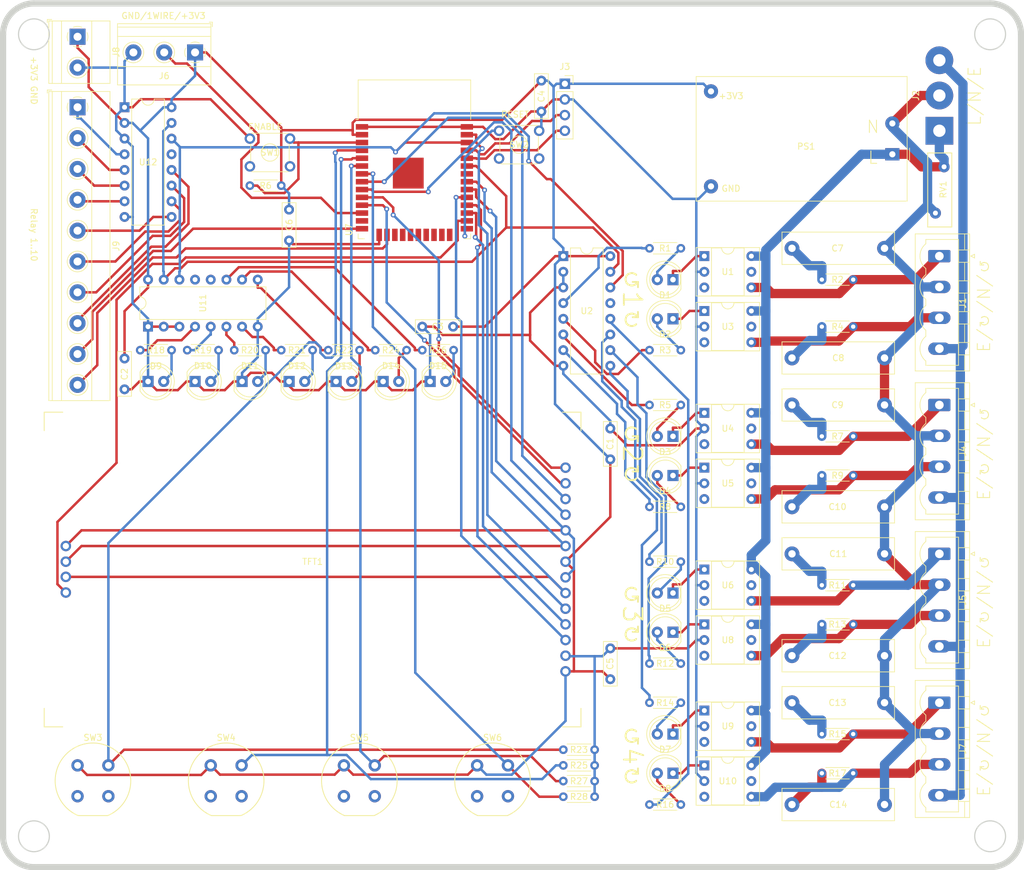
<source format=kicad_pcb>
(kicad_pcb (version 20171130) (host pcbnew "(5.1.4)-1")
  (layers (0 F.Cu signal) (31 B.Cu signal) (34 B.Paste user) (35 F.Paste user) (36 B.SilkS user) (37 F.SilkS user) (38 B.Mask user) (39 F.Mask user) (44 Edge.Cuts user))
  (net 0 "")
  (net 1 GND)
  (net 2 +3V3)
  (net 3 "Net-(C7-Pad2)")
  (net 4 NEUT)
  (net 5 "Net-(C8-Pad2)")
  (net 6 "Net-(C9-Pad2)")
  (net 7 "Net-(C10-Pad2)")
  (net 8 "Net-(C11-Pad2)")
  (net 9 "Net-(C12-Pad2)")
  (net 10 "Net-(C13-Pad2)")
  (net 11 "Net-(C14-Pad2)")
  (net 12 "Net-(D1-Pad1)")
  (net 13 "Net-(D1-Pad2)")
  (net 14 "Net-(D2-Pad2)")
  (net 15 "Net-(D2-Pad1)")
  (net 16 "Net-(D3-Pad1)")
  (net 17 "Net-(D3-Pad2)")
  (net 18 "Net-(D4-Pad2)")
  (net 19 "Net-(D4-Pad1)")
  (net 20 "Net-(D5-Pad1)")
  (net 21 "Net-(D5-Pad2)")
  (net 22 "Net-(D6-Pad2)")
  (net 23 "Net-(D6-Pad1)")
  (net 24 "Net-(D7-Pad2)")
  (net 25 "Net-(D7-Pad1)")
  (net 26 "Net-(D8-Pad1)")
  (net 27 "Net-(D8-Pad2)")
  (net 28 "Net-(D9-Pad2)")
  (net 29 "Net-(D10-Pad2)")
  (net 30 "Net-(D11-Pad2)")
  (net 31 "Net-(D12-Pad2)")
  (net 32 "Net-(D13-Pad2)")
  (net 33 "Net-(D14-Pad2)")
  (net 34 "Net-(D15-Pad2)")
  (net 35 "Net-(J1-Pad1)")
  (net 36 "Net-(J1-Pad3)")
  (net 37 GNDPWR)
  (net 38 LINE)
  (net 39 /TX)
  (net 40 /RX)
  (net 41 "Net-(J4-Pad3)")
  (net 42 "Net-(J4-Pad1)")
  (net 43 "Net-(J5-Pad1)")
  (net 44 "Net-(J5-Pad3)")
  (net 45 /1WIRE)
  (net 46 "Net-(J7-Pad3)")
  (net 47 "Net-(J7-Pad1)")
  (net 48 /R1)
  (net 49 /R2)
  (net 50 /R3)
  (net 51 /R4)
  (net 52 /R5)
  (net 53 /R6)
  (net 54 /R7)
  (net 55 /R8)
  (net 56 /R9)
  (net 57 /R10)
  (net 58 /P1)
  (net 59 /P2)
  (net 60 /P3)
  (net 61 /EN)
  (net 62 /P4)
  (net 63 /P5)
  (net 64 /P6)
  (net 65 /P7)
  (net 66 /P8)
  (net 67 /L1)
  (net 68 /L2)
  (net 69 /L3)
  (net 70 /L4)
  (net 71 /L5)
  (net 72 /K1)
  (net 73 /L6)
  (net 74 /K2)
  (net 75 /L7)
  (net 76 /K3)
  (net 77 /K4)
  (net 78 "Net-(SW1-Pad4)")
  (net 79 "Net-(SW1-Pad3)")
  (net 80 /RST)
  (net 81 "Net-(SW2-Pad3)")
  (net 82 "Net-(SW2-Pad4)")
  (net 83 "Net-(SW3-Pad4)")
  (net 84 "Net-(SW3-Pad3)")
  (net 85 "Net-(SW4-Pad3)")
  (net 86 "Net-(SW4-Pad4)")
  (net 87 "Net-(SW5-Pad4)")
  (net 88 "Net-(SW5-Pad3)")
  (net 89 "Net-(SW6-Pad3)")
  (net 90 "Net-(SW6-Pad4)")
  (net 91 /T_IRQ)
  (net 92 /T_DO)
  (net 93 /T_DIN)
  (net 94 /T_CS)
  (net 95 CLK)
  (net 96 MISO)
  (net 97 /TFT_RST)
  (net 98 /TFT_DC)
  (net 99 /TFT_CS)
  (net 100 MOSI)
  (net 101 /SD_CS)
  (net 102 "Net-(U1-Pad5)")
  (net 103 "Net-(U1-Pad3)")
  (net 104 "Net-(U2-Pad13)")
  (net 105 SCL)
  (net 106 SDA)
  (net 107 "Net-(U3-Pad3)")
  (net 108 "Net-(U3-Pad5)")
  (net 109 "Net-(U4-Pad5)")
  (net 110 "Net-(U4-Pad3)")
  (net 111 "Net-(U5-Pad3)")
  (net 112 "Net-(U5-Pad5)")
  (net 113 "Net-(U6-Pad3)")
  (net 114 "Net-(U6-Pad5)")
  (net 115 "Net-(U7-Pad13)")
  (net 116 "Net-(U7-Pad17)")
  (net 117 "Net-(U7-Pad18)")
  (net 118 "Net-(U7-Pad19)")
  (net 119 "Net-(U7-Pad20)")
  (net 120 "Net-(U7-Pad21)")
  (net 121 "Net-(U7-Pad22)")
  (net 122 "Net-(U7-Pad23)")
  (net 123 "Net-(U7-Pad24)")
  (net 124 "Net-(U7-Pad32)")
  (net 125 "Net-(U8-Pad5)")
  (net 126 "Net-(U8-Pad3)")
  (net 127 "Net-(U9-Pad3)")
  (net 128 "Net-(U9-Pad5)")
  (net 129 "Net-(U10-Pad5)")
  (net 130 "Net-(U10-Pad3)")
  (net 131 "Net-(U11-Pad13)")
  (net 132 "Net-(U11-Pad12)")
  (net 133 "Net-(U12-Pad13)")
  (module Converter_ACDC:Converter_ACDC_HiLink_HLK-PMxx (layer F.Cu) (at 184.15 44.45 180)
    (fp_text reference PS1 (at 13.97 1.27 180) (layer F.SilkS))
    (fp_text value "SM-PLG06A-03 https://bit.ly/2kLhHrp")
    (pad 4 thru_hole circle (at 29.4 10.2 180) (size 2.3 2.3) (drill 1) (layers *.Cu *.Mask) (net 2 +3V3))
    (pad 2 thru_hole circle (at 0 5 180) (size 2.3 2.3) (drill 1) (layers *.Cu *.Mask) (net 4 NEUT))
    (pad 1 thru_hole rect (at 0 0 180) (size 2.3 2) (drill 1) (layers *.Cu *.Mask) (net 38 LINE))
    (pad 3 thru_hole circle (at 29.4 -5.2 180) (size 2.3 2.3) (drill 1) (layers *.Cu *.Mask) (net 1 GND))
  )
  (module Capacitor_THT:C_Rect_L7.0mm_W2.0mm_P5.00mm (layer F.Cu) (at 138.43 93.9 90)
    (fp_text reference C1 (at 2.5 -0.035001 90) (layer F.SilkS))
    (fp_text value 100nF)
    (pad 2 thru_hole circle (at 5 0 90) (size 1.6 1.6) (drill 0.8) (layers *.Cu *.Mask) (net 1 GND))
    (pad 1 thru_hole circle (at 0 0 90) (size 1.6 1.6) (drill 0.8) (layers *.Cu *.Mask) (net 2 +3V3))
  )
  (module Capacitor_THT:C_Rect_L7.0mm_W2.0mm_P5.00mm (layer F.Cu) (at 59.69 77.55 270)
    (fp_text reference C2 (at 2.54 0 90) (layer F.SilkS))
    (fp_text value 100nF)
    (pad 1 thru_hole circle (at 0 0 270) (size 1.6 1.6) (drill 0.8) (layers *.Cu *.Mask) (net 2 +3V3))
    (pad 2 thru_hole circle (at 5 0 270) (size 1.6 1.6) (drill 0.8) (layers *.Cu *.Mask) (net 1 GND))
  )
  (module Capacitor_THT:C_Rect_L7.0mm_W2.0mm_P5.00mm (layer F.Cu) (at 112.95 72.39 180)
    (fp_text reference C3 (at 2.5 0) (layer F.SilkS))
    (fp_text value 100nF)
    (pad 2 thru_hole circle (at 5 0 180) (size 1.6 1.6) (drill 0.8) (layers *.Cu *.Mask) (net 1 GND))
    (pad 1 thru_hole circle (at 0 0 180) (size 1.6 1.6) (drill 0.8) (layers *.Cu *.Mask) (net 2 +3V3))
  )
  (module Capacitor_THT:C_Rect_L7.0mm_W2.0mm_P5.00mm (layer F.Cu) (at 127.254 32.512 270)
    (fp_text reference C4 (at 2.54 0 90) (layer F.SilkS))
    (fp_text value 100nF)
    (pad 1 thru_hole circle (at 0 0 270) (size 1.6 1.6) (drill 0.8) (layers *.Cu *.Mask) (net 2 +3V3))
    (pad 2 thru_hole circle (at 5 0 270) (size 1.6 1.6) (drill 0.8) (layers *.Cu *.Mask) (net 1 GND))
  )
  (module Capacitor_THT:C_Rect_L7.0mm_W2.0mm_P5.00mm (layer F.Cu) (at 138.43 129.54 90)
    (fp_text reference C5 (at 2.5 -0.035001 90) (layer F.SilkS))
    (fp_text value 100nF)
    (pad 2 thru_hole circle (at 5 0 90) (size 1.6 1.6) (drill 0.8) (layers *.Cu *.Mask) (net 1 GND))
    (pad 1 thru_hole circle (at 0 0 90) (size 1.6 1.6) (drill 0.8) (layers *.Cu *.Mask) (net 2 +3V3))
  )
  (module Capacitor_THT:C_Rect_L7.0mm_W2.0mm_P5.00mm (layer F.Cu) (at 86.36 53.42 270)
    (fp_text reference C6 (at 2.5 -0.035001 90) (layer F.SilkS))
    (fp_text value 100nF)
    (pad 1 thru_hole circle (at 0 0 270) (size 1.6 1.6) (drill 0.8) (layers *.Cu *.Mask) (net 2 +3V3))
    (pad 2 thru_hole circle (at 5 0 270) (size 1.6 1.6) (drill 0.8) (layers *.Cu *.Mask) (net 1 GND))
  )
  (module Capacitor_THT:C_Rect_L18.0mm_W5.0mm_P15.00mm_FKS3_FKP3 (layer F.Cu) (at 182.88 59.69 180)
    (fp_text reference C7 (at 7.62 0) (layer F.SilkS))
    (fp_text value 0.01uF)
    (pad 2 thru_hole circle (at 15 0 180) (size 2.4 2.4) (drill 1.2) (layers *.Cu *.Mask) (net 3 "Net-(C7-Pad2)"))
    (pad 1 thru_hole circle (at 0 0 180) (size 2.4 2.4) (drill 1.2) (layers *.Cu *.Mask) (net 4 NEUT))
  )
  (module Capacitor_THT:C_Rect_L18.0mm_W5.0mm_P15.00mm_FKS3_FKP3 (layer F.Cu) (at 182.88 77.47 180)
    (fp_text reference C8 (at 7.5 0) (layer F.SilkS))
    (fp_text value 0.01uF)
    (pad 1 thru_hole circle (at 0 0 180) (size 2.4 2.4) (drill 1.2) (layers *.Cu *.Mask) (net 4 NEUT))
    (pad 2 thru_hole circle (at 15 0 180) (size 2.4 2.4) (drill 1.2) (layers *.Cu *.Mask) (net 5 "Net-(C8-Pad2)"))
  )
  (module Capacitor_THT:C_Rect_L18.0mm_W5.0mm_P15.00mm_FKS3_FKP3 (layer F.Cu) (at 182.88 85.09 180)
    (fp_text reference C9 (at 7.62 0) (layer F.SilkS))
    (fp_text value 0.01uF)
    (pad 1 thru_hole circle (at 0 0 180) (size 2.4 2.4) (drill 1.2) (layers *.Cu *.Mask) (net 4 NEUT))
    (pad 2 thru_hole circle (at 15 0 180) (size 2.4 2.4) (drill 1.2) (layers *.Cu *.Mask) (net 6 "Net-(C9-Pad2)"))
  )
  (module Capacitor_THT:C_Rect_L18.0mm_W5.0mm_P15.00mm_FKS3_FKP3 (layer F.Cu) (at 182.88 101.6 180)
    (fp_text reference C10 (at 7.62 0) (layer F.SilkS))
    (fp_text value 0.01uF)
    (pad 2 thru_hole circle (at 15 0 180) (size 2.4 2.4) (drill 1.2) (layers *.Cu *.Mask) (net 7 "Net-(C10-Pad2)"))
    (pad 1 thru_hole circle (at 0 0 180) (size 2.4 2.4) (drill 1.2) (layers *.Cu *.Mask) (net 4 NEUT))
  )
  (module Capacitor_THT:C_Rect_L18.0mm_W5.0mm_P15.00mm_FKS3_FKP3 (layer F.Cu) (at 182.88 109.22 180)
    (fp_text reference C11 (at 7.5 0) (layer F.SilkS))
    (fp_text value 0.01uF)
    (pad 1 thru_hole circle (at 0 0 180) (size 2.4 2.4) (drill 1.2) (layers *.Cu *.Mask) (net 4 NEUT))
    (pad 2 thru_hole circle (at 15 0 180) (size 2.4 2.4) (drill 1.2) (layers *.Cu *.Mask) (net 8 "Net-(C11-Pad2)"))
  )
  (module Capacitor_THT:C_Rect_L18.0mm_W5.0mm_P15.00mm_FKS3_FKP3 (layer F.Cu) (at 182.88 125.73 180)
    (fp_text reference C12 (at 7.62 0) (layer F.SilkS))
    (fp_text value 0.01uF)
    (pad 2 thru_hole circle (at 15 0 180) (size 2.4 2.4) (drill 1.2) (layers *.Cu *.Mask) (net 9 "Net-(C12-Pad2)"))
    (pad 1 thru_hole circle (at 0 0 180) (size 2.4 2.4) (drill 1.2) (layers *.Cu *.Mask) (net 4 NEUT))
  )
  (module Capacitor_THT:C_Rect_L18.0mm_W5.0mm_P15.00mm_FKS3_FKP3 (layer F.Cu) (at 182.88 133.35 180)
    (fp_text reference C13 (at 7.62 0) (layer F.SilkS))
    (fp_text value 0.01uF)
    (pad 1 thru_hole circle (at 0 0 180) (size 2.4 2.4) (drill 1.2) (layers *.Cu *.Mask) (net 4 NEUT))
    (pad 2 thru_hole circle (at 15 0 180) (size 2.4 2.4) (drill 1.2) (layers *.Cu *.Mask) (net 10 "Net-(C13-Pad2)"))
  )
  (module Capacitor_THT:C_Rect_L18.0mm_W5.0mm_P15.00mm_FKS3_FKP3 (layer F.Cu) (at 182.88 149.86 180)
    (fp_text reference C14 (at 7.5 0) (layer F.SilkS))
    (fp_text value 0.01uF)
    (pad 2 thru_hole circle (at 15 0 180) (size 2.4 2.4) (drill 1.2) (layers *.Cu *.Mask) (net 11 "Net-(C14-Pad2)"))
    (pad 1 thru_hole circle (at 0 0 180) (size 2.4 2.4) (drill 1.2) (layers *.Cu *.Mask) (net 4 NEUT))
  )
  (module LED_THT:LED_D5.0mm (layer F.Cu) (at 148.59 64.77 180)
    (fp_text reference D1 (at 1.27 -2.5) (layer F.SilkS))
    (fp_text value LED)
    (pad 1 thru_hole rect (at 0 0 180) (size 1.8 1.8) (drill 0.9) (layers *.Cu *.Mask) (net 12 "Net-(D1-Pad1)"))
    (pad 2 thru_hole circle (at 2.54 0 180) (size 1.8 1.8) (drill 0.9) (layers *.Cu *.Mask) (net 13 "Net-(D1-Pad2)"))
  )
  (module LED_THT:LED_D5.0mm (layer F.Cu) (at 148.59 71.12 180)
    (fp_text reference D2 (at 1.27 -2.5) (layer F.SilkS))
    (fp_text value LED)
    (pad 2 thru_hole circle (at 2.54 0 180) (size 1.8 1.8) (drill 0.9) (layers *.Cu *.Mask) (net 14 "Net-(D2-Pad2)"))
    (pad 1 thru_hole rect (at 0 0 180) (size 1.8 1.8) (drill 0.9) (layers *.Cu *.Mask) (net 15 "Net-(D2-Pad1)"))
  )
  (module LED_THT:LED_D5.0mm (layer F.Cu) (at 148.59 90.17 180)
    (fp_text reference D3 (at 1.27 -2.5) (layer F.SilkS))
    (fp_text value LED)
    (pad 1 thru_hole rect (at 0 0 180) (size 1.8 1.8) (drill 0.9) (layers *.Cu *.Mask) (net 16 "Net-(D3-Pad1)"))
    (pad 2 thru_hole circle (at 2.54 0 180) (size 1.8 1.8) (drill 0.9) (layers *.Cu *.Mask) (net 17 "Net-(D3-Pad2)"))
  )
  (module LED_THT:LED_D5.0mm (layer F.Cu) (at 148.59 96.52 180)
    (fp_text reference D4 (at 1.27 -2.5) (layer F.SilkS))
    (fp_text value LED)
    (pad 2 thru_hole circle (at 2.54 0 180) (size 1.8 1.8) (drill 0.9) (layers *.Cu *.Mask) (net 18 "Net-(D4-Pad2)"))
    (pad 1 thru_hole rect (at 0 0 180) (size 1.8 1.8) (drill 0.9) (layers *.Cu *.Mask) (net 19 "Net-(D4-Pad1)"))
  )
  (module LED_THT:LED_D5.0mm (layer F.Cu) (at 148.59 115.57 180)
    (fp_text reference D5 (at 1.27 -2.5) (layer F.SilkS))
    (fp_text value LED)
    (pad 1 thru_hole rect (at 0 0 180) (size 1.8 1.8) (drill 0.9) (layers *.Cu *.Mask) (net 20 "Net-(D5-Pad1)"))
    (pad 2 thru_hole circle (at 2.54 0 180) (size 1.8 1.8) (drill 0.9) (layers *.Cu *.Mask) (net 21 "Net-(D5-Pad2)"))
  )
  (module LED_THT:LED_D5.0mm (layer F.Cu) (at 148.59 121.92 180)
    (fp_text reference D6 (at 1.27 -2.5) (layer F.SilkS))
    (fp_text value LED)
    (pad 2 thru_hole circle (at 2.54 0 180) (size 1.8 1.8) (drill 0.9) (layers *.Cu *.Mask) (net 22 "Net-(D6-Pad2)"))
    (pad 1 thru_hole rect (at 0 0 180) (size 1.8 1.8) (drill 0.9) (layers *.Cu *.Mask) (net 23 "Net-(D6-Pad1)"))
  )
  (module LED_THT:LED_D5.0mm (layer F.Cu) (at 148.59 138.43 180)
    (fp_text reference D7 (at 1.27 -2.5) (layer F.SilkS))
    (fp_text value LED)
    (pad 2 thru_hole circle (at 2.54 0 180) (size 1.8 1.8) (drill 0.9) (layers *.Cu *.Mask) (net 24 "Net-(D7-Pad2)"))
    (pad 1 thru_hole rect (at 0 0 180) (size 1.8 1.8) (drill 0.9) (layers *.Cu *.Mask) (net 25 "Net-(D7-Pad1)"))
  )
  (module LED_THT:LED_D5.0mm (layer F.Cu) (at 148.59 144.78 180)
    (fp_text reference D8 (at 1.27 -2.5) (layer F.SilkS))
    (fp_text value LED)
    (pad 1 thru_hole rect (at 0 0 180) (size 1.8 1.8) (drill 0.9) (layers *.Cu *.Mask) (net 26 "Net-(D8-Pad1)"))
    (pad 2 thru_hole circle (at 2.54 0 180) (size 1.8 1.8) (drill 0.9) (layers *.Cu *.Mask) (net 27 "Net-(D8-Pad2)"))
  )
  (module LED_THT:LED_D5.0mm (layer F.Cu) (at 63.5 81.28)
    (fp_text reference D9 (at 1.27 -2.5) (layer F.SilkS))
    (fp_text value LED)
    (pad 1 thru_hole rect (at 0 0) (size 1.8 1.8) (drill 0.9) (layers *.Cu *.Mask) (net 1 GND))
    (pad 2 thru_hole circle (at 2.54 0) (size 1.8 1.8) (drill 0.9) (layers *.Cu *.Mask) (net 28 "Net-(D9-Pad2)"))
  )
  (module LED_THT:LED_D5.0mm (layer F.Cu) (at 71.12 81.28)
    (fp_text reference D10 (at 1.27 -2.54) (layer F.SilkS))
    (fp_text value LED)
    (pad 1 thru_hole rect (at 0 0) (size 1.8 1.8) (drill 0.9) (layers *.Cu *.Mask) (net 1 GND))
    (pad 2 thru_hole circle (at 2.54 0) (size 1.8 1.8) (drill 0.9) (layers *.Cu *.Mask) (net 29 "Net-(D10-Pad2)"))
  )
  (module LED_THT:LED_D5.0mm (layer F.Cu) (at 78.74 81.28)
    (fp_text reference D11 (at 1.27 -2.54) (layer F.SilkS))
    (fp_text value LED)
    (pad 2 thru_hole circle (at 2.54 0) (size 1.8 1.8) (drill 0.9) (layers *.Cu *.Mask) (net 30 "Net-(D11-Pad2)"))
    (pad 1 thru_hole rect (at 0 0) (size 1.8 1.8) (drill 0.9) (layers *.Cu *.Mask) (net 1 GND))
  )
  (module LED_THT:LED_D5.0mm (layer F.Cu) (at 86.36 81.28)
    (fp_text reference D12 (at 1.27 -2.54) (layer F.SilkS))
    (fp_text value LED)
    (pad 1 thru_hole rect (at 0 0) (size 1.8 1.8) (drill 0.9) (layers *.Cu *.Mask) (net 1 GND))
    (pad 2 thru_hole circle (at 2.54 0) (size 1.8 1.8) (drill 0.9) (layers *.Cu *.Mask) (net 31 "Net-(D12-Pad2)"))
  )
  (module LED_THT:LED_D5.0mm (layer F.Cu) (at 93.98 81.28)
    (fp_text reference D13 (at 1.27 -2.5) (layer F.SilkS))
    (fp_text value LED)
    (pad 1 thru_hole rect (at 0 0) (size 1.8 1.8) (drill 0.9) (layers *.Cu *.Mask) (net 1 GND))
    (pad 2 thru_hole circle (at 2.54 0) (size 1.8 1.8) (drill 0.9) (layers *.Cu *.Mask) (net 32 "Net-(D13-Pad2)"))
  )
  (module LED_THT:LED_D5.0mm (layer F.Cu) (at 101.6 81.28)
    (fp_text reference D14 (at 1.27 -2.54) (layer F.SilkS))
    (fp_text value LED)
    (pad 2 thru_hole circle (at 2.54 0) (size 1.8 1.8) (drill 0.9) (layers *.Cu *.Mask) (net 33 "Net-(D14-Pad2)"))
    (pad 1 thru_hole rect (at 0 0) (size 1.8 1.8) (drill 0.9) (layers *.Cu *.Mask) (net 1 GND))
  )
  (module LED_THT:LED_D5.0mm (layer F.Cu) (at 109.22 81.28)
    (fp_text reference D15 (at 1.27 -2.54) (layer F.SilkS))
    (fp_text value LED)
    (pad 2 thru_hole circle (at 2.54 0) (size 1.8 1.8) (drill 0.9) (layers *.Cu *.Mask) (net 34 "Net-(D15-Pad2)"))
    (pad 1 thru_hole rect (at 0 0) (size 1.8 1.8) (drill 0.9) (layers *.Cu *.Mask) (net 1 GND))
  )
  (module Connector_Phoenix_MSTB:PhoenixContact_MSTBVA_2,5_4-G_1x04_P5.00mm_Vertical (layer F.Cu) (at 191.77 60.96 270)
    (fp_text reference J1 (at 7.62 -3.81 90) (layer F.SilkS))
    (fp_text value "Phoenix connector 01x04")
    (pad 1 thru_hole roundrect (at 0 0 270) (size 2 3.6) (drill 1.4) (layers *.Cu *.Mask) (roundrect_rratio 0.125) (net 35 "Net-(J1-Pad1)"))
    (pad 2 thru_hole oval (at 5 0 270) (size 2 3.6) (drill 1.4) (layers *.Cu *.Mask) (net 4 NEUT))
    (pad 3 thru_hole oval (at 10 0 270) (size 2 3.6) (drill 1.4) (layers *.Cu *.Mask) (net 36 "Net-(J1-Pad3)"))
    (pad 4 thru_hole oval (at 15 0 270) (size 2 3.6) (drill 1.4) (layers *.Cu *.Mask) (net 37 GNDPWR))
  )
  (module Connector_PinSocket_2.54mm:PinSocket_1x04_P2.54mm_Vertical (layer F.Cu) (at 131.064 33.02)
    (fp_text reference J3 (at 0 -2.77) (layer F.SilkS))
    (fp_text value "Pin socket")
    (pad 1 thru_hole rect (at 0 0) (size 1.7 1.7) (drill 1) (layers *.Cu *.Mask) (net 2 +3V3))
    (pad 2 thru_hole oval (at 0 2.54) (size 1.7 1.7) (drill 1) (layers *.Cu *.Mask) (net 1 GND))
    (pad 3 thru_hole oval (at 0 5.08) (size 1.7 1.7) (drill 1) (layers *.Cu *.Mask) (net 39 /TX))
    (pad 4 thru_hole oval (at 0 7.62) (size 1.7 1.7) (drill 1) (layers *.Cu *.Mask) (net 40 /RX))
  )
  (module Connector_Phoenix_MSTB:PhoenixContact_MSTBVA_2,5_4-G_1x04_P5.00mm_Vertical (layer F.Cu) (at 191.77 85.09 270)
    (fp_text reference J4 (at 7.5 -3.81 90) (layer F.SilkS))
    (fp_text value "Phoenix connector 01x04")
    (pad 4 thru_hole oval (at 15 0 270) (size 2 3.6) (drill 1.4) (layers *.Cu *.Mask) (net 37 GNDPWR))
    (pad 3 thru_hole oval (at 10 0 270) (size 2 3.6) (drill 1.4) (layers *.Cu *.Mask) (net 41 "Net-(J4-Pad3)"))
    (pad 2 thru_hole oval (at 5 0 270) (size 2 3.6) (drill 1.4) (layers *.Cu *.Mask) (net 4 NEUT))
    (pad 1 thru_hole roundrect (at 0 0 270) (size 2 3.6) (drill 1.4) (layers *.Cu *.Mask) (roundrect_rratio 0.125) (net 42 "Net-(J4-Pad1)"))
  )
  (module Connector_Phoenix_MSTB:PhoenixContact_MSTBVA_2,5_4-G_1x04_P5.00mm_Vertical (layer F.Cu) (at 191.77 109.22 270)
    (fp_text reference J5 (at 7.5 -3.81 90) (layer F.SilkS))
    (fp_text value "Phoenix connector 01x04")
    (pad 1 thru_hole roundrect (at 0 0 270) (size 2 3.6) (drill 1.4) (layers *.Cu *.Mask) (roundrect_rratio 0.125) (net 43 "Net-(J5-Pad1)"))
    (pad 2 thru_hole oval (at 5 0 270) (size 2 3.6) (drill 1.4) (layers *.Cu *.Mask) (net 4 NEUT))
    (pad 3 thru_hole oval (at 10 0 270) (size 2 3.6) (drill 1.4) (layers *.Cu *.Mask) (net 44 "Net-(J5-Pad3)"))
    (pad 4 thru_hole oval (at 15 0 270) (size 2 3.6) (drill 1.4) (layers *.Cu *.Mask) (net 37 GNDPWR))
  )
  (module TerminalBlock_Phoenix:TerminalBlock_Phoenix_MKDS-1,5-3_1x03_P5.00mm_Horizontal (layer F.Cu) (at 71.12 27.94 180)
    (fp_text reference J6 (at 5 -3.81) (layer F.SilkS))
    (fp_text value "Screw rerminal 01x03")
    (pad 1 thru_hole rect (at 0 0 180) (size 2.6 2.6) (drill 1.3) (layers *.Cu *.Mask) (net 2 +3V3))
    (pad 2 thru_hole circle (at 5 0 180) (size 2.6 2.6) (drill 1.3) (layers *.Cu *.Mask) (net 45 /1WIRE))
    (pad 3 thru_hole circle (at 10 0 180) (size 2.6 2.6) (drill 1.3) (layers *.Cu *.Mask) (net 1 GND))
  )
  (module Connector_Phoenix_MSTB:PhoenixContact_MSTBVA_2,5_4-G_1x04_P5.00mm_Vertical (layer F.Cu) (at 191.77 133.35 270)
    (fp_text reference J7 (at 7.5 -3.81 90) (layer F.SilkS))
    (fp_text value "Phoenix connector 01x04")
    (pad 4 thru_hole oval (at 15 0 270) (size 2 3.6) (drill 1.4) (layers *.Cu *.Mask) (net 37 GNDPWR))
    (pad 3 thru_hole oval (at 10 0 270) (size 2 3.6) (drill 1.4) (layers *.Cu *.Mask) (net 46 "Net-(J7-Pad3)"))
    (pad 2 thru_hole oval (at 5 0 270) (size 2 3.6) (drill 1.4) (layers *.Cu *.Mask) (net 4 NEUT))
    (pad 1 thru_hole roundrect (at 0 0 270) (size 2 3.6) (drill 1.4) (layers *.Cu *.Mask) (roundrect_rratio 0.125) (net 47 "Net-(J7-Pad1)"))
  )
  (module TerminalBlock_Phoenix:TerminalBlock_Phoenix_MKDS-1,5-2_1x02_P5.00mm_Horizontal (layer F.Cu) (at 52.07 25.4 270)
    (fp_text reference J8 (at 2.5 -6.26 90) (layer F.SilkS))
    (fp_text value "Screw terminal 01x02")
    (pad 1 thru_hole rect (at 0 0 270) (size 2.6 2.6) (drill 1.3) (layers *.Cu *.Mask) (net 2 +3V3))
    (pad 2 thru_hole circle (at 5 0 270) (size 2.6 2.6) (drill 1.3) (layers *.Cu *.Mask) (net 1 GND))
  )
  (module TerminalBlock_Phoenix:TerminalBlock_Phoenix_MKDS-1,5-10_1x10_P5.00mm_Horizontal (layer F.Cu) (at 52.07 36.83 270)
    (fp_text reference J9 (at 22.5 -6.26 90) (layer F.SilkS))
    (fp_text value "Screw terminal 01x10")
    (pad 1 thru_hole rect (at 0 0 270) (size 2.6 2.6) (drill 1.3) (layers *.Cu *.Mask) (net 48 /R1))
    (pad 2 thru_hole circle (at 5 0 270) (size 2.6 2.6) (drill 1.3) (layers *.Cu *.Mask) (net 49 /R2))
    (pad 3 thru_hole circle (at 10 0 270) (size 2.6 2.6) (drill 1.3) (layers *.Cu *.Mask) (net 50 /R3))
    (pad 4 thru_hole circle (at 15 0 270) (size 2.6 2.6) (drill 1.3) (layers *.Cu *.Mask) (net 51 /R4))
    (pad 5 thru_hole circle (at 20 0 270) (size 2.6 2.6) (drill 1.3) (layers *.Cu *.Mask) (net 52 /R5))
    (pad 6 thru_hole circle (at 25 0 270) (size 2.6 2.6) (drill 1.3) (layers *.Cu *.Mask) (net 53 /R6))
    (pad 7 thru_hole circle (at 30 0 270) (size 2.6 2.6) (drill 1.3) (layers *.Cu *.Mask) (net 54 /R7))
    (pad 8 thru_hole circle (at 35 0 270) (size 2.6 2.6) (drill 1.3) (layers *.Cu *.Mask) (net 55 /R8))
    (pad 9 thru_hole circle (at 40 0 270) (size 2.6 2.6) (drill 1.3) (layers *.Cu *.Mask) (net 56 /R9))
    (pad 10 thru_hole circle (at 45 0 270) (size 2.6 2.6) (drill 1.3) (layers *.Cu *.Mask) (net 57 /R10))
  )
  (module Resistor_THT:R_Axial_DIN0204_L3.6mm_D1.6mm_P5.08mm_Horizontal (layer F.Cu) (at 149.86 59.69 180)
    (fp_text reference R1 (at 2.54 0) (layer F.SilkS))
    (fp_text value 330)
    (pad 2 thru_hole oval (at 5.08 0 180) (size 1.4 1.4) (drill 0.7) (layers *.Cu *.Mask) (net 58 /P1))
    (pad 1 thru_hole circle (at 0 0 180) (size 1.4 1.4) (drill 0.7) (layers *.Cu *.Mask) (net 13 "Net-(D1-Pad2)"))
  )
  (module Resistor_THT:R_Axial_DIN0204_L3.6mm_D1.6mm_P5.08mm_Horizontal (layer F.Cu) (at 177.8 64.77 180)
    (fp_text reference R2 (at 2.54 0) (layer F.SilkS))
    (fp_text value 39)
    (pad 1 thru_hole circle (at 0 0 180) (size 1.4 1.4) (drill 0.7) (layers *.Cu *.Mask) (net 35 "Net-(J1-Pad1)"))
    (pad 2 thru_hole oval (at 5.08 0 180) (size 1.4 1.4) (drill 0.7) (layers *.Cu *.Mask) (net 3 "Net-(C7-Pad2)"))
  )
  (module Resistor_THT:R_Axial_DIN0204_L3.6mm_D1.6mm_P5.08mm_Horizontal (layer F.Cu) (at 149.86 76.2 180)
    (fp_text reference R3 (at 2.54 0) (layer F.SilkS))
    (fp_text value 330)
    (pad 1 thru_hole circle (at 0 0 180) (size 1.4 1.4) (drill 0.7) (layers *.Cu *.Mask) (net 14 "Net-(D2-Pad2)"))
    (pad 2 thru_hole oval (at 5.08 0 180) (size 1.4 1.4) (drill 0.7) (layers *.Cu *.Mask) (net 59 /P2))
  )
  (module Resistor_THT:R_Axial_DIN0204_L3.6mm_D1.6mm_P5.08mm_Horizontal (layer F.Cu) (at 177.8 72.39 180)
    (fp_text reference R4 (at 2.54 0) (layer F.SilkS))
    (fp_text value 39)
    (pad 1 thru_hole circle (at 0 0 180) (size 1.4 1.4) (drill 0.7) (layers *.Cu *.Mask) (net 36 "Net-(J1-Pad3)"))
    (pad 2 thru_hole oval (at 5.08 0 180) (size 1.4 1.4) (drill 0.7) (layers *.Cu *.Mask) (net 5 "Net-(C8-Pad2)"))
  )
  (module Resistor_THT:R_Axial_DIN0204_L3.6mm_D1.6mm_P5.08mm_Horizontal (layer F.Cu) (at 149.86 85.09 180)
    (fp_text reference R5 (at 2.54 0) (layer F.SilkS))
    (fp_text value 330)
    (pad 2 thru_hole oval (at 5.08 0 180) (size 1.4 1.4) (drill 0.7) (layers *.Cu *.Mask) (net 60 /P3))
    (pad 1 thru_hole circle (at 0 0 180) (size 1.4 1.4) (drill 0.7) (layers *.Cu *.Mask) (net 17 "Net-(D3-Pad2)"))
  )
  (module Resistor_THT:R_Axial_DIN0204_L3.6mm_D1.6mm_P5.08mm_Horizontal (layer F.Cu) (at 85.09 49.53 180)
    (fp_text reference R6 (at 2.54 0) (layer F.SilkS))
    (fp_text value 10K)
    (pad 2 thru_hole oval (at 5.08 0 180) (size 1.4 1.4) (drill 0.7) (layers *.Cu *.Mask) (net 61 /EN))
    (pad 1 thru_hole circle (at 0 0 180) (size 1.4 1.4) (drill 0.7) (layers *.Cu *.Mask) (net 2 +3V3))
  )
  (module Resistor_THT:R_Axial_DIN0204_L3.6mm_D1.6mm_P5.08mm_Horizontal (layer F.Cu) (at 177.8 90.17 180)
    (fp_text reference R7 (at 2.54 0) (layer F.SilkS))
    (fp_text value 39)
    (pad 1 thru_hole circle (at 0 0 180) (size 1.4 1.4) (drill 0.7) (layers *.Cu *.Mask) (net 42 "Net-(J4-Pad1)"))
    (pad 2 thru_hole oval (at 5.08 0 180) (size 1.4 1.4) (drill 0.7) (layers *.Cu *.Mask) (net 6 "Net-(C9-Pad2)"))
  )
  (module Resistor_THT:R_Axial_DIN0204_L3.6mm_D1.6mm_P5.08mm_Horizontal (layer F.Cu) (at 149.86 101.6 180)
    (fp_text reference R8 (at 2.54 0) (layer F.SilkS))
    (fp_text value 330)
    (pad 1 thru_hole circle (at 0 0 180) (size 1.4 1.4) (drill 0.7) (layers *.Cu *.Mask) (net 18 "Net-(D4-Pad2)"))
    (pad 2 thru_hole oval (at 5.08 0 180) (size 1.4 1.4) (drill 0.7) (layers *.Cu *.Mask) (net 62 /P4))
  )
  (module Resistor_THT:R_Axial_DIN0204_L3.6mm_D1.6mm_P5.08mm_Horizontal (layer F.Cu) (at 177.8 96.52 180)
    (fp_text reference R9 (at 2.54 0) (layer F.SilkS))
    (fp_text value 39)
    (pad 1 thru_hole circle (at 0 0 180) (size 1.4 1.4) (drill 0.7) (layers *.Cu *.Mask) (net 41 "Net-(J4-Pad3)"))
    (pad 2 thru_hole oval (at 5.08 0 180) (size 1.4 1.4) (drill 0.7) (layers *.Cu *.Mask) (net 7 "Net-(C10-Pad2)"))
  )
  (module Resistor_THT:R_Axial_DIN0204_L3.6mm_D1.6mm_P5.08mm_Horizontal (layer F.Cu) (at 149.86 110.49 180)
    (fp_text reference R10 (at 2.54 0) (layer F.SilkS))
    (fp_text value 330)
    (pad 2 thru_hole oval (at 5.08 0 180) (size 1.4 1.4) (drill 0.7) (layers *.Cu *.Mask) (net 63 /P5))
    (pad 1 thru_hole circle (at 0 0 180) (size 1.4 1.4) (drill 0.7) (layers *.Cu *.Mask) (net 21 "Net-(D5-Pad2)"))
  )
  (module Resistor_THT:R_Axial_DIN0204_L3.6mm_D1.6mm_P5.08mm_Horizontal (layer F.Cu) (at 177.8 114.3 180)
    (fp_text reference R11 (at 2.54 0) (layer F.SilkS))
    (fp_text value 39)
    (pad 1 thru_hole circle (at 0 0 180) (size 1.4 1.4) (drill 0.7) (layers *.Cu *.Mask) (net 43 "Net-(J5-Pad1)"))
    (pad 2 thru_hole oval (at 5.08 0 180) (size 1.4 1.4) (drill 0.7) (layers *.Cu *.Mask) (net 8 "Net-(C11-Pad2)"))
  )
  (module Resistor_THT:R_Axial_DIN0204_L3.6mm_D1.6mm_P5.08mm_Horizontal (layer F.Cu) (at 149.86 127 180)
    (fp_text reference R12 (at 2.54 0) (layer F.SilkS))
    (fp_text value 330)
    (pad 1 thru_hole circle (at 0 0 180) (size 1.4 1.4) (drill 0.7) (layers *.Cu *.Mask) (net 22 "Net-(D6-Pad2)"))
    (pad 2 thru_hole oval (at 5.08 0 180) (size 1.4 1.4) (drill 0.7) (layers *.Cu *.Mask) (net 64 /P6))
  )
  (module Resistor_THT:R_Axial_DIN0204_L3.6mm_D1.6mm_P5.08mm_Horizontal (layer F.Cu) (at 177.8 120.65 180)
    (fp_text reference R13 (at 2.54 0) (layer F.SilkS))
    (fp_text value 39)
    (pad 2 thru_hole oval (at 5.08 0 180) (size 1.4 1.4) (drill 0.7) (layers *.Cu *.Mask) (net 9 "Net-(C12-Pad2)"))
    (pad 1 thru_hole circle (at 0 0 180) (size 1.4 1.4) (drill 0.7) (layers *.Cu *.Mask) (net 44 "Net-(J5-Pad3)"))
  )
  (module Resistor_THT:R_Axial_DIN0204_L3.6mm_D1.6mm_P5.08mm_Horizontal (layer F.Cu) (at 149.86 133.35 180)
    (fp_text reference R14 (at 2.54 0) (layer F.SilkS))
    (fp_text value 330)
    (pad 2 thru_hole oval (at 5.08 0 180) (size 1.4 1.4) (drill 0.7) (layers *.Cu *.Mask) (net 65 /P7))
    (pad 1 thru_hole circle (at 0 0 180) (size 1.4 1.4) (drill 0.7) (layers *.Cu *.Mask) (net 24 "Net-(D7-Pad2)"))
  )
  (module Resistor_THT:R_Axial_DIN0204_L3.6mm_D1.6mm_P5.08mm_Horizontal (layer F.Cu) (at 177.8 138.43 180)
    (fp_text reference R15 (at 2.54 0) (layer F.SilkS))
    (fp_text value 39)
    (pad 2 thru_hole oval (at 5.08 0 180) (size 1.4 1.4) (drill 0.7) (layers *.Cu *.Mask) (net 10 "Net-(C13-Pad2)"))
    (pad 1 thru_hole circle (at 0 0 180) (size 1.4 1.4) (drill 0.7) (layers *.Cu *.Mask) (net 47 "Net-(J7-Pad1)"))
  )
  (module Resistor_THT:R_Axial_DIN0204_L3.6mm_D1.6mm_P5.08mm_Horizontal (layer F.Cu) (at 149.86 149.86 180)
    (fp_text reference R16 (at 2.54 0) (layer F.SilkS))
    (fp_text value 330)
    (pad 1 thru_hole circle (at 0 0 180) (size 1.4 1.4) (drill 0.7) (layers *.Cu *.Mask) (net 27 "Net-(D8-Pad2)"))
    (pad 2 thru_hole oval (at 5.08 0 180) (size 1.4 1.4) (drill 0.7) (layers *.Cu *.Mask) (net 66 /P8))
  )
  (module Resistor_THT:R_Axial_DIN0204_L3.6mm_D1.6mm_P5.08mm_Horizontal (layer F.Cu) (at 177.8 144.78 180)
    (fp_text reference R17 (at 2.54 0) (layer F.SilkS))
    (fp_text value 39)
    (pad 1 thru_hole circle (at 0 0 180) (size 1.4 1.4) (drill 0.7) (layers *.Cu *.Mask) (net 46 "Net-(J7-Pad3)"))
    (pad 2 thru_hole oval (at 5.08 0 180) (size 1.4 1.4) (drill 0.7) (layers *.Cu *.Mask) (net 11 "Net-(C14-Pad2)"))
  )
  (module Resistor_THT:R_Axial_DIN0204_L3.6mm_D1.6mm_P5.08mm_Horizontal (layer F.Cu) (at 67.31 76.2 180)
    (fp_text reference R18 (at 2.54 0) (layer F.SilkS))
    (fp_text value 180)
    (pad 2 thru_hole oval (at 5.08 0 180) (size 1.4 1.4) (drill 0.7) (layers *.Cu *.Mask) (net 67 /L1))
    (pad 1 thru_hole circle (at 0 0 180) (size 1.4 1.4) (drill 0.7) (layers *.Cu *.Mask) (net 28 "Net-(D9-Pad2)"))
  )
  (module Resistor_THT:R_Axial_DIN0204_L3.6mm_D1.6mm_P5.08mm_Horizontal (layer F.Cu) (at 74.93 76.2 180)
    (fp_text reference R19 (at 2.54 0) (layer F.SilkS))
    (fp_text value 180)
    (pad 1 thru_hole circle (at 0 0 180) (size 1.4 1.4) (drill 0.7) (layers *.Cu *.Mask) (net 29 "Net-(D10-Pad2)"))
    (pad 2 thru_hole oval (at 5.08 0 180) (size 1.4 1.4) (drill 0.7) (layers *.Cu *.Mask) (net 68 /L2))
  )
  (module Resistor_THT:R_Axial_DIN0204_L3.6mm_D1.6mm_P5.08mm_Horizontal (layer F.Cu) (at 82.55 76.2 180)
    (fp_text reference R20 (at 2.54 0) (layer F.SilkS))
    (fp_text value 180)
    (pad 2 thru_hole oval (at 5.08 0 180) (size 1.4 1.4) (drill 0.7) (layers *.Cu *.Mask) (net 69 /L3))
    (pad 1 thru_hole circle (at 0 0 180) (size 1.4 1.4) (drill 0.7) (layers *.Cu *.Mask) (net 30 "Net-(D11-Pad2)"))
  )
  (module Resistor_THT:R_Axial_DIN0204_L3.6mm_D1.6mm_P5.08mm_Horizontal (layer F.Cu) (at 90.17 76.2 180)
    (fp_text reference R21 (at 2.54 0) (layer F.SilkS))
    (fp_text value 180)
    (pad 1 thru_hole circle (at 0 0 180) (size 1.4 1.4) (drill 0.7) (layers *.Cu *.Mask) (net 31 "Net-(D12-Pad2)"))
    (pad 2 thru_hole oval (at 5.08 0 180) (size 1.4 1.4) (drill 0.7) (layers *.Cu *.Mask) (net 70 /L4))
  )
  (module Resistor_THT:R_Axial_DIN0204_L3.6mm_D1.6mm_P5.08mm_Horizontal (layer F.Cu) (at 97.79 76.2 180)
    (fp_text reference R22 (at 2.54 0) (layer F.SilkS))
    (fp_text value 180)
    (pad 1 thru_hole circle (at 0 0 180) (size 1.4 1.4) (drill 0.7) (layers *.Cu *.Mask) (net 32 "Net-(D13-Pad2)"))
    (pad 2 thru_hole oval (at 5.08 0 180) (size 1.4 1.4) (drill 0.7) (layers *.Cu *.Mask) (net 71 /L5))
  )
  (module Resistor_THT:R_Axial_DIN0204_L3.6mm_D1.6mm_P5.08mm_Horizontal (layer F.Cu) (at 135.89 140.97 180)
    (fp_text reference R23 (at 2.54 0) (layer F.SilkS))
    (fp_text value 10K)
    (pad 2 thru_hole oval (at 5.08 0 180) (size 1.4 1.4) (drill 0.7) (layers *.Cu *.Mask) (net 72 /K1))
    (pad 1 thru_hole circle (at 0 0 180) (size 1.4 1.4) (drill 0.7) (layers *.Cu *.Mask) (net 1 GND))
  )
  (module Resistor_THT:R_Axial_DIN0204_L3.6mm_D1.6mm_P5.08mm_Horizontal (layer F.Cu) (at 105.41 76.2 180)
    (fp_text reference R24 (at 2.54 0) (layer F.SilkS))
    (fp_text value 180)
    (pad 2 thru_hole oval (at 5.08 0 180) (size 1.4 1.4) (drill 0.7) (layers *.Cu *.Mask) (net 73 /L6))
    (pad 1 thru_hole circle (at 0 0 180) (size 1.4 1.4) (drill 0.7) (layers *.Cu *.Mask) (net 33 "Net-(D14-Pad2)"))
  )
  (module Resistor_THT:R_Axial_DIN0204_L3.6mm_D1.6mm_P5.08mm_Horizontal (layer F.Cu) (at 135.89 143.51 180)
    (fp_text reference R25 (at 2.54 0) (layer F.SilkS))
    (fp_text value 10K)
    (pad 2 thru_hole oval (at 5.08 0 180) (size 1.4 1.4) (drill 0.7) (layers *.Cu *.Mask) (net 74 /K2))
    (pad 1 thru_hole circle (at 0 0 180) (size 1.4 1.4) (drill 0.7) (layers *.Cu *.Mask) (net 1 GND))
  )
  (module Resistor_THT:R_Axial_DIN0204_L3.6mm_D1.6mm_P5.08mm_Horizontal (layer F.Cu) (at 113.03 76.2 180)
    (fp_text reference R26 (at 2.54 0) (layer F.SilkS))
    (fp_text value 180)
    (pad 1 thru_hole circle (at 0 0 180) (size 1.4 1.4) (drill 0.7) (layers *.Cu *.Mask) (net 34 "Net-(D15-Pad2)"))
    (pad 2 thru_hole oval (at 5.08 0 180) (size 1.4 1.4) (drill 0.7) (layers *.Cu *.Mask) (net 75 /L7))
  )
  (module Resistor_THT:R_Axial_DIN0204_L3.6mm_D1.6mm_P5.08mm_Horizontal (layer F.Cu) (at 135.89 146.05 180)
    (fp_text reference R27 (at 2.54 0) (layer F.SilkS))
    (fp_text value 10K)
    (pad 2 thru_hole oval (at 5.08 0 180) (size 1.4 1.4) (drill 0.7) (layers *.Cu *.Mask) (net 76 /K3))
    (pad 1 thru_hole circle (at 0 0 180) (size 1.4 1.4) (drill 0.7) (layers *.Cu *.Mask) (net 1 GND))
  )
  (module Resistor_THT:R_Axial_DIN0204_L3.6mm_D1.6mm_P5.08mm_Horizontal (layer F.Cu) (at 135.89 148.59 180)
    (fp_text reference R28 (at 2.54 0) (layer F.SilkS))
    (fp_text value 10K)
    (pad 2 thru_hole oval (at 5.08 0 180) (size 1.4 1.4) (drill 0.7) (layers *.Cu *.Mask) (net 77 /K4))
    (pad 1 thru_hole circle (at 0 0 180) (size 1.4 1.4) (drill 0.7) (layers *.Cu *.Mask) (net 1 GND))
  )
  (module Varistor:RV_Disc_D12mm_W3.9mm_P7.5mm (layer F.Cu) (at 191.132 53.982 90)
    (fp_text reference RV1 (at 3.81 1.27 90) (layer F.SilkS))
    (fp_text value Varistor)
    (pad 1 thru_hole circle (at 0 0 90) (size 1.8 1.8) (drill 0.8) (layers *.Cu *.Mask) (net 4 NEUT))
    (pad 2 thru_hole circle (at 7.5 1.4 90) (size 1.8 1.8) (drill 0.8) (layers *.Cu *.Mask) (net 38 LINE))
  )
  (module Button_Switch_THT:SW_TH_Tactile_Omron_B3F-10xx (layer F.Cu) (at 80.01 41.91)
    (fp_text reference SW1 (at 3.25 2.25) (layer F.SilkS))
    (fp_text value SW_Push_Dual)
    (pad 4 thru_hole circle (at 6.5 4.5) (size 1.7 1.7) (drill 1) (layers *.Cu *.Mask) (net 78 "Net-(SW1-Pad4)"))
    (pad 3 thru_hole circle (at 0 4.5) (size 1.7 1.7) (drill 1) (layers *.Cu *.Mask) (net 79 "Net-(SW1-Pad3)"))
    (pad 2 thru_hole circle (at 6.5 0) (size 1.7 1.7) (drill 1) (layers *.Cu *.Mask) (net 61 /EN))
    (pad 1 thru_hole circle (at 0 0) (size 1.7 1.7) (drill 1) (layers *.Cu *.Mask) (net 1 GND))
  )
  (module Button_Switch_THT:SW_TH_Tactile_Omron_B3F-10xx (layer F.Cu) (at 120.396 40.64)
    (fp_text reference SW2 (at 3.25 2.25) (layer F.SilkS))
    (fp_text value SW_Push_Dual)
    (pad 1 thru_hole circle (at 0 0) (size 1.7 1.7) (drill 1) (layers *.Cu *.Mask) (net 80 /RST))
    (pad 2 thru_hole circle (at 6.5 0) (size 1.7 1.7) (drill 1) (layers *.Cu *.Mask) (net 1 GND))
    (pad 3 thru_hole circle (at 0 4.5) (size 1.7 1.7) (drill 1) (layers *.Cu *.Mask) (net 81 "Net-(SW2-Pad3)"))
    (pad 4 thru_hole circle (at 6.5 4.5) (size 1.7 1.7) (drill 1) (layers *.Cu *.Mask) (net 82 "Net-(SW2-Pad4)"))
  )
  (module Button_Switch_THT:Push_E-Switch_KS01Q01 (layer F.Cu) (at 52.07 143.51)
    (fp_text reference SW3 (at 2.5 -4.5) (layer F.SilkS))
    (fp_text value SW_Push_Dual)
    (pad 1 thru_hole circle (at 0 0) (size 2 2) (drill 1.1) (layers *.Cu *.Mask) (net 2 +3V3))
    (pad 2 thru_hole circle (at 5 0) (size 2 2) (drill 1.1) (layers *.Cu *.Mask) (net 72 /K1))
    (pad 4 thru_hole circle (at 5 5) (size 2 2) (drill 1.1) (layers *.Cu *.Mask) (net 83 "Net-(SW3-Pad4)"))
    (pad 3 thru_hole circle (at 0 5) (size 2 2) (drill 1.1) (layers *.Cu *.Mask) (net 84 "Net-(SW3-Pad3)"))
  )
  (module Button_Switch_THT:Push_E-Switch_KS01Q01 (layer F.Cu) (at 73.66 143.51)
    (fp_text reference SW4 (at 2.5 -4.5) (layer F.SilkS))
    (fp_text value SW_Push_Dual)
    (pad 3 thru_hole circle (at 0 5) (size 2 2) (drill 1.1) (layers *.Cu *.Mask) (net 85 "Net-(SW4-Pad3)"))
    (pad 4 thru_hole circle (at 5 5) (size 2 2) (drill 1.1) (layers *.Cu *.Mask) (net 86 "Net-(SW4-Pad4)"))
    (pad 2 thru_hole circle (at 5 0) (size 2 2) (drill 1.1) (layers *.Cu *.Mask) (net 74 /K2))
    (pad 1 thru_hole circle (at 0 0) (size 2 2) (drill 1.1) (layers *.Cu *.Mask) (net 2 +3V3))
  )
  (module Button_Switch_THT:Push_E-Switch_KS01Q01 (layer F.Cu) (at 95.25 143.51)
    (fp_text reference SW5 (at 2.5 -4.5) (layer F.SilkS))
    (fp_text value SW_Push_Dual)
    (pad 1 thru_hole circle (at 0 0) (size 2 2) (drill 1.1) (layers *.Cu *.Mask) (net 2 +3V3))
    (pad 2 thru_hole circle (at 5 0) (size 2 2) (drill 1.1) (layers *.Cu *.Mask) (net 76 /K3))
    (pad 4 thru_hole circle (at 5 5) (size 2 2) (drill 1.1) (layers *.Cu *.Mask) (net 87 "Net-(SW5-Pad4)"))
    (pad 3 thru_hole circle (at 0 5) (size 2 2) (drill 1.1) (layers *.Cu *.Mask) (net 88 "Net-(SW5-Pad3)"))
  )
  (module Button_Switch_THT:Push_E-Switch_KS01Q01 (layer F.Cu) (at 116.84 143.51)
    (fp_text reference SW6 (at 2.5 -4.5) (layer F.SilkS))
    (fp_text value SW_Push_Dual)
    (pad 3 thru_hole circle (at 0 5) (size 2 2) (drill 1.1) (layers *.Cu *.Mask) (net 89 "Net-(SW6-Pad3)"))
    (pad 4 thru_hole circle (at 5 5) (size 2 2) (drill 1.1) (layers *.Cu *.Mask) (net 90 "Net-(SW6-Pad4)"))
    (pad 2 thru_hole circle (at 5 0) (size 2 2) (drill 1.1) (layers *.Cu *.Mask) (net 77 /K4))
    (pad 1 thru_hole circle (at 0 0) (size 2 2) (drill 1.1) (layers *.Cu *.Mask) (net 2 +3V3))
  )
  (module "regulator board:SPI_TFT" (layer F.Cu) (at 90.17 111.76)
    (fp_text reference TFT1 (at 0 -1.27) (layer F.SilkS))
    (fp_text value "SPI TFT https://bit.ly/2lMnf5f")
    (pad "" np_thru_hole circle (at -40 -22) (size 3 3) (drill 3) (layers *.Cu *.Mask))
    (pad "" np_thru_hole circle (at -40 22) (size 3 3) (drill 3) (layers *.Cu *.Mask))
    (pad "" np_thru_hole circle (at 36.08 22) (size 3 3) (drill 3) (layers *.Cu *.Mask))
    (pad "" np_thru_hole circle (at 36.08 -22) (size 3 3) (drill 3) (layers *.Cu *.Mask))
    (pad 1 thru_hole circle (at 41 -16.51) (size 1.7 1.7) (drill 1.01) (layers *.Cu *.Mask) (net 91 /T_IRQ))
    (pad 2 thru_hole circle (at 41 -13.97) (size 1.7 1.7) (drill 1.01) (layers *.Cu *.Mask) (net 92 /T_DO))
    (pad 3 thru_hole circle (at 41 -11.43) (size 1.7 1.7) (drill 1.01) (layers *.Cu *.Mask) (net 93 /T_DIN))
    (pad 4 thru_hole circle (at 41 -8.89) (size 1.7 1.7) (drill 1.01) (layers *.Cu *.Mask) (net 94 /T_CS))
    (pad 5 thru_hole circle (at 41 -6.35) (size 1.7 1.7) (drill 1.01) (layers *.Cu *.Mask) (net 95 CLK))
    (pad 6 thru_hole circle (at 41 -3.81) (size 1.7 1.7) (drill 1.01) (layers *.Cu *.Mask) (net 96 MISO))
    (pad 7 thru_hole circle (at 41 -1.27) (size 1.7 1.7) (drill 1.01) (layers *.Cu *.Mask) (net 2 +3V3))
    (pad 8 thru_hole circle (at 41 1.27) (size 1.7 1.7) (drill 1.01) (layers *.Cu *.Mask) (net 95 CLK))
    (pad 11 thru_hole circle (at 41 8.89) (size 1.7 1.7) (drill 1.01) (layers *.Cu *.Mask) (net 97 /TFT_RST))
    (pad 10 thru_hole circle (at 41 6.35) (size 1.7 1.7) (drill 1.01) (layers *.Cu *.Mask) (net 98 /TFT_DC))
    (pad 13 thru_hole circle (at 41 13.97) (size 1.7 1.7) (drill 1.01) (layers *.Cu *.Mask) (net 1 GND))
    (pad 12 thru_hole circle (at 41 11.43) (size 1.7 1.7) (drill 1.01) (layers *.Cu *.Mask) (net 99 /TFT_CS))
    (pad 9 thru_hole circle (at 41 3.81) (size 1.7 1.7) (drill 1.01) (layers *.Cu *.Mask) (net 100 MOSI))
    (pad 14 thru_hole circle (at 41 16.51) (size 1.7 1.7) (drill 1.01) (layers *.Cu *.Mask) (net 2 +3V3))
    (pad 17 thru_hole circle (at -40 -1.27) (size 1.7 1.7) (drill 1.01) (layers *.Cu *.Mask) (net 96 MISO))
    (pad 18 thru_hole circle (at -40 -3.81) (size 1.7 1.7) (drill 1.01) (layers *.Cu *.Mask) (net 95 CLK))
    (pad 15 thru_hole circle (at -40 3.73) (size 1.7 1.7) (drill 1.01) (layers *.Cu *.Mask) (net 101 /SD_CS))
    (pad 16 thru_hole circle (at -40 1.19) (size 1.7 1.7) (drill 1.01) (layers *.Cu *.Mask) (net 100 MOSI))
  )
  (module Package_DIP:DIP-6_W7.62mm_Socket (layer F.Cu) (at 153.67 60.96)
    (fp_text reference U1 (at 3.81 2.54) (layer F.SilkS))
    (fp_text value MOC3063M)
    (pad 1 thru_hole rect (at 0 0) (size 1.6 1.6) (drill 0.8) (layers *.Cu *.Mask) (net 12 "Net-(D1-Pad1)"))
    (pad 4 thru_hole oval (at 7.62 5.08) (size 1.6 1.6) (drill 0.8) (layers *.Cu *.Mask) (net 35 "Net-(J1-Pad1)"))
    (pad 2 thru_hole oval (at 0 2.54) (size 1.6 1.6) (drill 0.8) (layers *.Cu *.Mask) (net 1 GND))
    (pad 5 thru_hole oval (at 7.62 2.54) (size 1.6 1.6) (drill 0.8) (layers *.Cu *.Mask) (net 102 "Net-(U1-Pad5)"))
    (pad 3 thru_hole oval (at 0 5.08) (size 1.6 1.6) (drill 0.8) (layers *.Cu *.Mask) (net 103 "Net-(U1-Pad3)"))
    (pad 6 thru_hole oval (at 7.62 0) (size 1.6 1.6) (drill 0.8) (layers *.Cu *.Mask) (net 38 LINE))
  )
  (module Package_DIP:DIP-16_W7.62mm (layer F.Cu) (at 130.81 60.96)
    (fp_text reference U2 (at 3.81 8.89) (layer F.SilkS))
    (fp_text value "PCF8574P https://bit.ly/2mbALiV")
    (pad 1 thru_hole rect (at 0 0) (size 1.6 1.6) (drill 0.8) (layers *.Cu *.Mask) (net 2 +3V3))
    (pad 9 thru_hole oval (at 7.62 17.78) (size 1.6 1.6) (drill 0.8) (layers *.Cu *.Mask) (net 63 /P5))
    (pad 2 thru_hole oval (at 0 2.54) (size 1.6 1.6) (drill 0.8) (layers *.Cu *.Mask) (net 1 GND))
    (pad 10 thru_hole oval (at 7.62 15.24) (size 1.6 1.6) (drill 0.8) (layers *.Cu *.Mask) (net 64 /P6))
    (pad 3 thru_hole oval (at 0 5.08) (size 1.6 1.6) (drill 0.8) (layers *.Cu *.Mask) (net 1 GND))
    (pad 11 thru_hole oval (at 7.62 12.7) (size 1.6 1.6) (drill 0.8) (layers *.Cu *.Mask) (net 65 /P7))
    (pad 4 thru_hole oval (at 0 7.62) (size 1.6 1.6) (drill 0.8) (layers *.Cu *.Mask) (net 58 /P1))
    (pad 12 thru_hole oval (at 7.62 10.16) (size 1.6 1.6) (drill 0.8) (layers *.Cu *.Mask) (net 66 /P8))
    (pad 5 thru_hole oval (at 0 10.16) (size 1.6 1.6) (drill 0.8) (layers *.Cu *.Mask) (net 59 /P2))
    (pad 13 thru_hole oval (at 7.62 7.62) (size 1.6 1.6) (drill 0.8) (layers *.Cu *.Mask) (net 104 "Net-(U2-Pad13)"))
    (pad 6 thru_hole oval (at 0 12.7) (size 1.6 1.6) (drill 0.8) (layers *.Cu *.Mask) (net 60 /P3))
    (pad 14 thru_hole oval (at 7.62 5.08) (size 1.6 1.6) (drill 0.8) (layers *.Cu *.Mask) (net 105 SCL))
    (pad 7 thru_hole oval (at 0 15.24) (size 1.6 1.6) (drill 0.8) (layers *.Cu *.Mask) (net 62 /P4))
    (pad 15 thru_hole oval (at 7.62 2.54) (size 1.6 1.6) (drill 0.8) (layers *.Cu *.Mask) (net 106 SDA))
    (pad 8 thru_hole oval (at 0 17.78) (size 1.6 1.6) (drill 0.8) (layers *.Cu *.Mask) (net 1 GND))
    (pad 16 thru_hole oval (at 7.62 0) (size 1.6 1.6) (drill 0.8) (layers *.Cu *.Mask) (net 2 +3V3))
  )
  (module Package_DIP:DIP-6_W7.62mm_Socket (layer F.Cu) (at 153.67 69.85)
    (fp_text reference U3 (at 3.81 2.54) (layer F.SilkS))
    (fp_text value MOC3063M)
    (pad 6 thru_hole oval (at 7.62 0) (size 1.6 1.6) (drill 0.8) (layers *.Cu *.Mask) (net 38 LINE))
    (pad 3 thru_hole oval (at 0 5.08) (size 1.6 1.6) (drill 0.8) (layers *.Cu *.Mask) (net 107 "Net-(U3-Pad3)"))
    (pad 5 thru_hole oval (at 7.62 2.54) (size 1.6 1.6) (drill 0.8) (layers *.Cu *.Mask) (net 108 "Net-(U3-Pad5)"))
    (pad 2 thru_hole oval (at 0 2.54) (size 1.6 1.6) (drill 0.8) (layers *.Cu *.Mask) (net 1 GND))
    (pad 4 thru_hole oval (at 7.62 5.08) (size 1.6 1.6) (drill 0.8) (layers *.Cu *.Mask) (net 36 "Net-(J1-Pad3)"))
    (pad 1 thru_hole rect (at 0 0) (size 1.6 1.6) (drill 0.8) (layers *.Cu *.Mask) (net 15 "Net-(D2-Pad1)"))
  )
  (module Package_DIP:DIP-6_W7.62mm_Socket (layer F.Cu) (at 153.67 86.36)
    (fp_text reference U4 (at 3.81 2.54) (layer F.SilkS))
    (fp_text value MOC3063M)
    (pad 1 thru_hole rect (at 0 0) (size 1.6 1.6) (drill 0.8) (layers *.Cu *.Mask) (net 16 "Net-(D3-Pad1)"))
    (pad 4 thru_hole oval (at 7.62 5.08) (size 1.6 1.6) (drill 0.8) (layers *.Cu *.Mask) (net 42 "Net-(J4-Pad1)"))
    (pad 2 thru_hole oval (at 0 2.54) (size 1.6 1.6) (drill 0.8) (layers *.Cu *.Mask) (net 1 GND))
    (pad 5 thru_hole oval (at 7.62 2.54) (size 1.6 1.6) (drill 0.8) (layers *.Cu *.Mask) (net 109 "Net-(U4-Pad5)"))
    (pad 3 thru_hole oval (at 0 5.08) (size 1.6 1.6) (drill 0.8) (layers *.Cu *.Mask) (net 110 "Net-(U4-Pad3)"))
    (pad 6 thru_hole oval (at 7.62 0) (size 1.6 1.6) (drill 0.8) (layers *.Cu *.Mask) (net 38 LINE))
  )
  (module Package_DIP:DIP-6_W7.62mm_Socket (layer F.Cu) (at 153.67 95.25)
    (fp_text reference U5 (at 3.81 2.54) (layer F.SilkS))
    (fp_text value MOC3063M)
    (pad 6 thru_hole oval (at 7.62 0) (size 1.6 1.6) (drill 0.8) (layers *.Cu *.Mask) (net 38 LINE))
    (pad 3 thru_hole oval (at 0 5.08) (size 1.6 1.6) (drill 0.8) (layers *.Cu *.Mask) (net 111 "Net-(U5-Pad3)"))
    (pad 5 thru_hole oval (at 7.62 2.54) (size 1.6 1.6) (drill 0.8) (layers *.Cu *.Mask) (net 112 "Net-(U5-Pad5)"))
    (pad 2 thru_hole oval (at 0 2.54) (size 1.6 1.6) (drill 0.8) (layers *.Cu *.Mask) (net 1 GND))
    (pad 4 thru_hole oval (at 7.62 5.08) (size 1.6 1.6) (drill 0.8) (layers *.Cu *.Mask) (net 41 "Net-(J4-Pad3)"))
    (pad 1 thru_hole rect (at 0 0) (size 1.6 1.6) (drill 0.8) (layers *.Cu *.Mask) (net 19 "Net-(D4-Pad1)"))
  )
  (module Package_DIP:DIP-6_W7.62mm_Socket (layer F.Cu) (at 153.67 111.76)
    (fp_text reference U6 (at 3.81 2.54) (layer F.SilkS))
    (fp_text value MOC3063M)
    (pad 6 thru_hole oval (at 7.62 0) (size 1.6 1.6) (drill 0.8) (layers *.Cu *.Mask) (net 38 LINE))
    (pad 3 thru_hole oval (at 0 5.08) (size 1.6 1.6) (drill 0.8) (layers *.Cu *.Mask) (net 113 "Net-(U6-Pad3)"))
    (pad 5 thru_hole oval (at 7.62 2.54) (size 1.6 1.6) (drill 0.8) (layers *.Cu *.Mask) (net 114 "Net-(U6-Pad5)"))
    (pad 2 thru_hole oval (at 0 2.54) (size 1.6 1.6) (drill 0.8) (layers *.Cu *.Mask) (net 1 GND))
    (pad 4 thru_hole oval (at 7.62 5.08) (size 1.6 1.6) (drill 0.8) (layers *.Cu *.Mask) (net 43 "Net-(J5-Pad1)"))
    (pad 1 thru_hole rect (at 0 0) (size 1.6 1.6) (drill 0.8) (layers *.Cu *.Mask) (net 20 "Net-(D5-Pad1)"))
  )
  (module RF_Module:ESP32-WROOM-32 (layer F.Cu) (at 106.68 48.26)
    (fp_text reference U7 (at -10.61 8.43 90) (layer F.SilkS))
    (fp_text value "ESP32-WROOM-32 https://bit.ly/2kIsByf")
    (pad 39 smd rect (at -1 -0.755) (size 5 5) (layers F.Cu F.Paste F.Mask))
    (pad 1 smd rect (at -8.5 -8.255) (size 2 0.9) (layers F.Cu F.Paste F.Mask) (net 1 GND))
    (pad 2 smd rect (at -8.5 -6.985) (size 2 0.9) (layers F.Cu F.Paste F.Mask) (net 2 +3V3))
    (pad 3 smd rect (at -8.5 -5.715) (size 2 0.9) (layers F.Cu F.Paste F.Mask) (net 61 /EN))
    (pad 4 smd rect (at -8.5 -4.445) (size 2 0.9) (layers F.Cu F.Paste F.Mask) (net 72 /K1))
    (pad 5 smd rect (at -8.5 -3.175) (size 2 0.9) (layers F.Cu F.Paste F.Mask) (net 74 /K2))
    (pad 6 smd rect (at -8.5 -1.905) (size 2 0.9) (layers F.Cu F.Paste F.Mask) (net 76 /K3))
    (pad 7 smd rect (at -8.5 -0.635) (size 2 0.9) (layers F.Cu F.Paste F.Mask) (net 77 /K4))
    (pad 8 smd rect (at -8.5 0.635) (size 2 0.9) (layers F.Cu F.Paste F.Mask) (net 93 /T_DIN))
    (pad 9 smd rect (at -8.5 1.905) (size 2 0.9) (layers F.Cu F.Paste F.Mask) (net 94 /T_CS))
    (pad 10 smd rect (at -8.5 3.175) (size 2 0.9) (layers F.Cu F.Paste F.Mask) (net 91 /T_IRQ))
    (pad 11 smd rect (at -8.5 4.445) (size 2 0.9) (layers F.Cu F.Paste F.Mask) (net 92 /T_DO))
    (pad 12 smd rect (at -8.5 5.715) (size 2 0.9) (layers F.Cu F.Paste F.Mask) (net 45 /1WIRE))
    (pad 13 smd rect (at -8.5 6.985) (size 2 0.9) (layers F.Cu F.Paste F.Mask) (net 115 "Net-(U7-Pad13)"))
    (pad 14 smd rect (at -8.5 8.255) (size 2 0.9) (layers F.Cu F.Paste F.Mask) (net 56 /R9))
    (pad 15 smd rect (at -5.715 9.255 90) (size 2 0.9) (layers F.Cu F.Paste F.Mask) (net 1 GND))
    (pad 16 smd rect (at -4.445 9.255 90) (size 2 0.9) (layers F.Cu F.Paste F.Mask) (net 57 /R10))
    (pad 17 smd rect (at -3.175 9.255 90) (size 2 0.9) (layers F.Cu F.Paste F.Mask) (net 116 "Net-(U7-Pad17)"))
    (pad 18 smd rect (at -1.905 9.255 90) (size 2 0.9) (layers F.Cu F.Paste F.Mask) (net 117 "Net-(U7-Pad18)"))
    (pad 19 smd rect (at -0.635 9.255 90) (size 2 0.9) (layers F.Cu F.Paste F.Mask) (net 118 "Net-(U7-Pad19)"))
    (pad 20 smd rect (at 0.635 9.255 90) (size 2 0.9) (layers F.Cu F.Paste F.Mask) (net 119 "Net-(U7-Pad20)"))
    (pad 21 smd rect (at 1.905 9.255 90) (size 2 0.9) (layers F.Cu F.Paste F.Mask) (net 120 "Net-(U7-Pad21)"))
    (pad 22 smd rect (at 3.175 9.255 90) (size 2 0.9) (layers F.Cu F.Paste F.Mask) (net 121 "Net-(U7-Pad22)"))
    (pad 23 smd rect (at 4.445 9.255 90) (size 2 0.9) (layers F.Cu F.Paste F.Mask) (net 122 "Net-(U7-Pad23)"))
    (pad 24 smd rect (at 5.715 9.255 90) (size 2 0.9) (layers F.Cu F.Paste F.Mask) (net 123 "Net-(U7-Pad24)"))
    (pad 25 smd rect (at 8.5 8.255) (size 2 0.9) (layers F.Cu F.Paste F.Mask) (net 80 /RST))
    (pad 26 smd rect (at 8.5 6.985) (size 2 0.9) (layers F.Cu F.Paste F.Mask) (net 101 /SD_CS))
    (pad 27 smd rect (at 8.5 5.715) (size 2 0.9) (layers F.Cu F.Paste F.Mask) (net 98 /TFT_DC))
    (pad 28 smd rect (at 8.5 4.445) (size 2 0.9) (layers F.Cu F.Paste F.Mask) (net 97 /TFT_RST))
    (pad 29 smd rect (at 8.5 3.175) (size 2 0.9) (layers F.Cu F.Paste F.Mask) (net 99 /TFT_CS))
    (pad 30 smd rect (at 8.5 1.905) (size 2 0.9) (layers F.Cu F.Paste F.Mask) (net 95 CLK))
    (pad 31 smd rect (at 8.5 0.635) (size 2 0.9) (layers F.Cu F.Paste F.Mask) (net 96 MISO))
    (pad 32 smd rect (at 8.5 -0.635) (size 2 0.9) (layers F.Cu F.Paste F.Mask) (net 124 "Net-(U7-Pad32)"))
    (pad 33 smd rect (at 8.5 -1.905) (size 2 0.9) (layers F.Cu F.Paste F.Mask) (net 106 SDA))
    (pad 34 smd rect (at 8.5 -3.175) (size 2 0.9) (layers F.Cu F.Paste F.Mask) (net 40 /RX))
    (pad 35 smd rect (at 8.5 -4.445) (size 2 0.9) (layers F.Cu F.Paste F.Mask) (net 39 /TX))
    (pad 36 smd rect (at 8.5 -5.715) (size 2 0.9) (layers F.Cu F.Paste F.Mask) (net 105 SCL))
    (pad 37 smd rect (at 8.5 -6.985) (size 2 0.9) (layers F.Cu F.Paste F.Mask) (net 100 MOSI))
    (pad 38 smd rect (at 8.5 -8.255) (size 2 0.9) (layers F.Cu F.Paste F.Mask) (net 1 GND))
  )
  (module Package_DIP:DIP-6_W7.62mm_Socket (layer F.Cu) (at 153.67 120.65)
    (fp_text reference U8 (at 3.81 2.54) (layer F.SilkS))
    (fp_text value MOC3063M)
    (pad 1 thru_hole rect (at 0 0) (size 1.6 1.6) (drill 0.8) (layers *.Cu *.Mask) (net 23 "Net-(D6-Pad1)"))
    (pad 4 thru_hole oval (at 7.62 5.08) (size 1.6 1.6) (drill 0.8) (layers *.Cu *.Mask) (net 44 "Net-(J5-Pad3)"))
    (pad 2 thru_hole oval (at 0 2.54) (size 1.6 1.6) (drill 0.8) (layers *.Cu *.Mask) (net 1 GND))
    (pad 5 thru_hole oval (at 7.62 2.54) (size 1.6 1.6) (drill 0.8) (layers *.Cu *.Mask) (net 125 "Net-(U8-Pad5)"))
    (pad 3 thru_hole oval (at 0 5.08) (size 1.6 1.6) (drill 0.8) (layers *.Cu *.Mask) (net 126 "Net-(U8-Pad3)"))
    (pad 6 thru_hole oval (at 7.62 0) (size 1.6 1.6) (drill 0.8) (layers *.Cu *.Mask) (net 38 LINE))
  )
  (module Package_DIP:DIP-6_W7.62mm_Socket (layer F.Cu) (at 153.67 134.62)
    (fp_text reference U9 (at 3.81 2.54) (layer F.SilkS))
    (fp_text value MOC3063M)
    (pad 6 thru_hole oval (at 7.62 0) (size 1.6 1.6) (drill 0.8) (layers *.Cu *.Mask) (net 38 LINE))
    (pad 3 thru_hole oval (at 0 5.08) (size 1.6 1.6) (drill 0.8) (layers *.Cu *.Mask) (net 127 "Net-(U9-Pad3)"))
    (pad 5 thru_hole oval (at 7.62 2.54) (size 1.6 1.6) (drill 0.8) (layers *.Cu *.Mask) (net 128 "Net-(U9-Pad5)"))
    (pad 2 thru_hole oval (at 0 2.54) (size 1.6 1.6) (drill 0.8) (layers *.Cu *.Mask) (net 1 GND))
    (pad 4 thru_hole oval (at 7.62 5.08) (size 1.6 1.6) (drill 0.8) (layers *.Cu *.Mask) (net 47 "Net-(J7-Pad1)"))
    (pad 1 thru_hole rect (at 0 0) (size 1.6 1.6) (drill 0.8) (layers *.Cu *.Mask) (net 25 "Net-(D7-Pad1)"))
  )
  (module Package_DIP:DIP-6_W7.62mm_Socket (layer F.Cu) (at 153.67 143.51)
    (fp_text reference U10 (at 3.81 2.54) (layer F.SilkS))
    (fp_text value MOC3063M)
    (pad 1 thru_hole rect (at 0 0) (size 1.6 1.6) (drill 0.8) (layers *.Cu *.Mask) (net 26 "Net-(D8-Pad1)"))
    (pad 4 thru_hole oval (at 7.62 5.08) (size 1.6 1.6) (drill 0.8) (layers *.Cu *.Mask) (net 46 "Net-(J7-Pad3)"))
    (pad 2 thru_hole oval (at 0 2.54) (size 1.6 1.6) (drill 0.8) (layers *.Cu *.Mask) (net 1 GND))
    (pad 5 thru_hole oval (at 7.62 2.54) (size 1.6 1.6) (drill 0.8) (layers *.Cu *.Mask) (net 129 "Net-(U10-Pad5)"))
    (pad 3 thru_hole oval (at 0 5.08) (size 1.6 1.6) (drill 0.8) (layers *.Cu *.Mask) (net 130 "Net-(U10-Pad3)"))
    (pad 6 thru_hole oval (at 7.62 0) (size 1.6 1.6) (drill 0.8) (layers *.Cu *.Mask) (net 38 LINE))
  )
  (module Package_DIP:DIP-16_W7.62mm (layer F.Cu) (at 63.5 72.39 90)
    (fp_text reference U11 (at 3.81 8.89 90) (layer F.SilkS))
    (fp_text value "PCF8574P https://bit.ly/2mbALiV")
    (pad 16 thru_hole oval (at 7.62 0 90) (size 1.6 1.6) (drill 0.8) (layers *.Cu *.Mask) (net 2 +3V3))
    (pad 8 thru_hole oval (at 0 17.78 90) (size 1.6 1.6) (drill 0.8) (layers *.Cu *.Mask) (net 1 GND))
    (pad 15 thru_hole oval (at 7.62 2.54 90) (size 1.6 1.6) (drill 0.8) (layers *.Cu *.Mask) (net 106 SDA))
    (pad 7 thru_hole oval (at 0 15.24 90) (size 1.6 1.6) (drill 0.8) (layers *.Cu *.Mask) (net 70 /L4))
    (pad 14 thru_hole oval (at 7.62 5.08 90) (size 1.6 1.6) (drill 0.8) (layers *.Cu *.Mask) (net 105 SCL))
    (pad 6 thru_hole oval (at 0 12.7 90) (size 1.6 1.6) (drill 0.8) (layers *.Cu *.Mask) (net 69 /L3))
    (pad 13 thru_hole oval (at 7.62 7.62 90) (size 1.6 1.6) (drill 0.8) (layers *.Cu *.Mask) (net 131 "Net-(U11-Pad13)"))
    (pad 5 thru_hole oval (at 0 10.16 90) (size 1.6 1.6) (drill 0.8) (layers *.Cu *.Mask) (net 68 /L2))
    (pad 12 thru_hole oval (at 7.62 10.16 90) (size 1.6 1.6) (drill 0.8) (layers *.Cu *.Mask) (net 132 "Net-(U11-Pad12)"))
    (pad 4 thru_hole oval (at 0 7.62 90) (size 1.6 1.6) (drill 0.8) (layers *.Cu *.Mask) (net 67 /L1))
    (pad 11 thru_hole oval (at 7.62 12.7 90) (size 1.6 1.6) (drill 0.8) (layers *.Cu *.Mask) (net 75 /L7))
    (pad 3 thru_hole oval (at 0 5.08 90) (size 1.6 1.6) (drill 0.8) (layers *.Cu *.Mask) (net 1 GND))
    (pad 10 thru_hole oval (at 7.62 15.24 90) (size 1.6 1.6) (drill 0.8) (layers *.Cu *.Mask) (net 73 /L6))
    (pad 2 thru_hole oval (at 0 2.54 90) (size 1.6 1.6) (drill 0.8) (layers *.Cu *.Mask) (net 1 GND))
    (pad 9 thru_hole oval (at 7.62 17.78 90) (size 1.6 1.6) (drill 0.8) (layers *.Cu *.Mask) (net 71 /L5))
    (pad 1 thru_hole rect (at 0 0 90) (size 1.6 1.6) (drill 0.8) (layers *.Cu *.Mask) (net 1 GND))
  )
  (module Package_DIP:DIP-16_W7.62mm (layer F.Cu) (at 59.69 36.83)
    (fp_text reference U12 (at 3.81 8.89) (layer F.SilkS))
    (fp_text value "PCF8574P https://bit.ly/2mbALiV")
    (pad 1 thru_hole rect (at 0 0) (size 1.6 1.6) (drill 0.8) (layers *.Cu *.Mask) (net 1 GND))
    (pad 9 thru_hole oval (at 7.62 17.78) (size 1.6 1.6) (drill 0.8) (layers *.Cu *.Mask) (net 52 /R5))
    (pad 2 thru_hole oval (at 0 2.54) (size 1.6 1.6) (drill 0.8) (layers *.Cu *.Mask) (net 2 +3V3))
    (pad 10 thru_hole oval (at 7.62 15.24) (size 1.6 1.6) (drill 0.8) (layers *.Cu *.Mask) (net 53 /R6))
    (pad 3 thru_hole oval (at 0 5.08) (size 1.6 1.6) (drill 0.8) (layers *.Cu *.Mask) (net 1 GND))
    (pad 11 thru_hole oval (at 7.62 12.7) (size 1.6 1.6) (drill 0.8) (layers *.Cu *.Mask) (net 54 /R7))
    (pad 4 thru_hole oval (at 0 7.62) (size 1.6 1.6) (drill 0.8) (layers *.Cu *.Mask) (net 48 /R1))
    (pad 12 thru_hole oval (at 7.62 10.16) (size 1.6 1.6) (drill 0.8) (layers *.Cu *.Mask) (net 55 /R8))
    (pad 5 thru_hole oval (at 0 10.16) (size 1.6 1.6) (drill 0.8) (layers *.Cu *.Mask) (net 49 /R2))
    (pad 13 thru_hole oval (at 7.62 7.62) (size 1.6 1.6) (drill 0.8) (layers *.Cu *.Mask) (net 133 "Net-(U12-Pad13)"))
    (pad 6 thru_hole oval (at 0 12.7) (size 1.6 1.6) (drill 0.8) (layers *.Cu *.Mask) (net 50 /R3))
    (pad 14 thru_hole oval (at 7.62 5.08) (size 1.6 1.6) (drill 0.8) (layers *.Cu *.Mask) (net 105 SCL))
    (pad 7 thru_hole oval (at 0 15.24) (size 1.6 1.6) (drill 0.8) (layers *.Cu *.Mask) (net 51 /R4))
    (pad 15 thru_hole oval (at 7.62 2.54) (size 1.6 1.6) (drill 0.8) (layers *.Cu *.Mask) (net 106 SDA))
    (pad 8 thru_hole oval (at 0 17.78) (size 1.6 1.6) (drill 0.8) (layers *.Cu *.Mask) (net 1 GND))
    (pad 16 thru_hole oval (at 7.62 0) (size 1.6 1.6) (drill 0.8) (layers *.Cu *.Mask) (net 2 +3V3))
  )
  (module Connector_Wire:SolderWirePad_1x03_P5.715mm_Drill2mm (layer F.Cu) (at 191.77 40.64 90)
    (fp_text reference J2 (at 5.715 -3.81 90) (layer F.SilkS))
    (fp_text value "C14 socket https://bit.ly/2kjjjZt")
    (pad 1 thru_hole rect (at 0 0 90) (size 4.50088 4.50088) (drill 1.99898) (layers *.Cu *.Mask) (net 38 LINE))
    (pad 2 thru_hole circle (at 5.715 0 90) (size 4.50088 4.50088) (drill 1.99898) (layers *.Cu *.Mask) (net 4 NEUT))
    (pad 3 thru_hole circle (at 11.43 0 90) (size 4.50088 4.50088) (drill 1.99898) (layers *.Cu *.Mask) (net 37 GNDPWR))
  )
  (gr_text ↺4↻ (at 142 142 270) (layer F.SilkS) (effects (font (size 3 3) (thickness 0.3))))
  (gr_text ↺3↻ (at 142 119 270) (layer F.SilkS) (effects (font (size 3 3) (thickness 0.3))))
  (gr_text ↺2↻ (at 142 93 270) (layer F.SilkS) (effects (font (size 3 3) (thickness 0.3))))
  (gr_text ↺1↻ (at 142 68 270) (layer F.SilkS) (effects (font (size 3 3) (thickness 0.3))))
  (gr_text E/↻/N/↺ (at 199 69 90) (layer F.SilkS) (effects (font (size 2 2))))
  (gr_text E/↻/N/↺ (at 199 93 90) (layer F.SilkS) (effects (font (size 2 2))))
  (gr_text E/↻/N/↺ (at 199 117 90) (layer F.SilkS) (effects (font (size 2 2))))
  (gr_text E/↻/N/↺ (at 199 141 90) (layer F.SilkS) (effects (font (size 2 2))))
  (gr_text GND (at 158 50) (layer F.SilkS) (effects (font (size 1 1))))
  (gr_text +3V3 (at 158 35) (layer F.SilkS) (effects (font (size 1 1))))
  (gr_text "N\n" (at 181 40) (layer F.SilkS) (effects (font (size 2 2))))
  (gr_text L (at 181 45) (layer F.SilkS) (effects (font (size 2 2))))
  (gr_text L/N/E (at 197.5 35 90) (layer F.SilkS) (effects (font (size 2 2))))
  (gr_text RESET (at 123 38) (layer F.SilkS) (effects (font (size 1 1))))
  (gr_text ENABLE (at 82.5 40) (layer F.SilkS) (effects (font (size 1 1))))
  (gr_text GND/1WIRE/+3V3 (at 66 22) (layer F.SilkS) (effects (font (size 1 1))))
  (gr_text "Relay 1..10" (at 45 57.5 270) (layer F.SilkS) (effects (font (size 1 1))))
  (gr_text "+3V3 GND" (at 45 32.5 270) (layer F.SilkS) (effects (font (size 1 1))))
  (gr_circle (center 45 25) (end 47.5 25) (layer Edge.Cuts) (width 0.2))
  (gr_circle (center 200 25) (end 202.5 25) (layer Edge.Cuts) (width 0.2))
  (gr_circle (center 200 155) (end 202.5 155) (layer Edge.Cuts) (width 0.2))
  (gr_circle (center 45 155) (end 47.5 155) (layer Edge.Cuts) (width 0.2))
  (gr_line (start 45 20) (end 200 20) (layer Edge.Cuts) (width 1))
  (gr_line (start 45 160) (end 200 160) (layer Edge.Cuts) (width 1))
  (gr_line (start 205 25) (end 205 155) (layer Edge.Cuts) (width 1))
  (gr_line (start 40 25) (end 40 155) (layer Edge.Cuts) (width 1))
  (gr_arc (start 45 155) (end 40 155) (angle -90) (layer Edge.Cuts) (width 1))
  (gr_arc (start 45 25) (end 45 20) (angle -90) (layer Edge.Cuts) (width 1))
  (gr_arc (start 200 25) (end 205 25) (angle -90) (layer Edge.Cuts) (width 1))
  (gr_arc (start 200 155) (end 200 160) (angle -90) (layer Edge.Cuts) (width 1))
  (segment (start 66.04 72.39) (end 68.58 72.39) (width 0.4) (layer F.Cu) (net 1))
  (segment (start 63.5 72.39) (end 66.04 72.39) (width 0.4) (layer F.Cu) (net 1))
  (segment (start 125.4276 73.7366) (end 111.266 73.7366) (width 0.4) (layer F.Cu) (net 1))
  (segment (start 111.266 73.7366) (end 109.9194 72.39) (width 0.4) (layer F.Cu) (net 1))
  (segment (start 109.9194 72.39) (end 107.95 72.39) (width 0.4) (layer F.Cu) (net 1))
  (segment (start 109.22 81.28) (end 109.22 73.66) (width 0.4) (layer B.Cu) (net 1))
  (segment (start 109.22 73.66) (end 107.95 72.39) (width 0.4) (layer B.Cu) (net 1))
  (segment (start 115.18 40.005) (end 98.18 40.005) (width 0.4) (layer F.Cu) (net 1))
  (segment (start 127.254 37.512) (end 125.6008 37.512) (width 0.4) (layer F.Cu) (net 1))
  (segment (start 125.6008 37.512) (end 121.1225 41.9903) (width 0.4) (layer F.Cu) (net 1))
  (segment (start 121.1225 41.9903) (end 119.7763 41.9903) (width 0.4) (layer F.Cu) (net 1))
  (segment (start 119.7763 41.9903) (end 117.791 40.005) (width 0.4) (layer F.Cu) (net 1))
  (segment (start 117.791 40.005) (end 115.18 40.005) (width 0.4) (layer F.Cu) (net 1))
  (segment (start 107.8197 81.28) (end 106.4103 82.6894) (width 0.4) (layer F.Cu) (net 1))
  (segment (start 106.4103 82.6894) (end 103.0094 82.6894) (width 0.4) (layer F.Cu) (net 1))
  (segment (start 103.0094 82.6894) (end 101.6 81.28) (width 0.4) (layer F.Cu) (net 1))
  (segment (start 101.6 81.28) (end 100.1997 81.28) (width 0.4) (layer F.Cu) (net 1))
  (segment (start 100.1997 81.28) (end 98.795 82.6847) (width 0.4) (layer F.Cu) (net 1))
  (segment (start 98.795 82.6847) (end 95.3847 82.6847) (width 0.4) (layer F.Cu) (net 1))
  (segment (start 95.3847 82.6847) (end 93.98 81.28) (width 0.4) (layer F.Cu) (net 1))
  (segment (start 93.98 81.28) (end 92.5797 81.28) (width 0.4) (layer F.Cu) (net 1))
  (segment (start 85.6599 81.28) (end 87.0602 82.6803) (width 0.4) (layer F.Cu) (net 1))
  (segment (start 87.0602 82.6803) (end 91.1794 82.6803) (width 0.4) (layer F.Cu) (net 1))
  (segment (start 91.1794 82.6803) (end 92.5797 81.28) (width 0.4) (layer F.Cu) (net 1))
  (segment (start 85.6599 81.28) (end 84.9597 81.28) (width 0.4) (layer F.Cu) (net 1))
  (segment (start 86.36 81.28) (end 85.6599 81.28) (width 0.4) (layer F.Cu) (net 1))
  (segment (start 131.064 35.56) (end 129.206 35.56) (width 0.4) (layer F.Cu) (net 1))
  (segment (start 129.206 35.56) (end 127.254 37.512) (width 0.4) (layer F.Cu) (net 1))
  (segment (start 63.5 72.39) (end 63.5 71.0897) (width 0.4) (layer B.Cu) (net 1))
  (segment (start 63.5 71.0897) (end 60.9903 68.58) (width 0.4) (layer B.Cu) (net 1))
  (segment (start 60.9903 68.58) (end 60.9903 54.61) (width 0.4) (layer B.Cu) (net 1))
  (segment (start 63.5 81.28) (end 63.5 72.39) (width 0.4) (layer B.Cu) (net 1))
  (segment (start 78.74 81.28) (end 77.3397 81.28) (width 0.4) (layer F.Cu) (net 1))
  (segment (start 71.12 81.28) (end 72.5203 82.6803) (width 0.4) (layer F.Cu) (net 1))
  (segment (start 72.5203 82.6803) (end 75.9394 82.6803) (width 0.4) (layer F.Cu) (net 1))
  (segment (start 75.9394 82.6803) (end 77.3397 81.28) (width 0.4) (layer F.Cu) (net 1))
  (segment (start 70.4199 81.28) (end 71.12 81.28) (width 0.4) (layer F.Cu) (net 1))
  (segment (start 78.74 81.28) (end 80.1403 79.8797) (width 0.4) (layer F.Cu) (net 1))
  (segment (start 80.1403 79.8797) (end 83.5594 79.8797) (width 0.4) (layer F.Cu) (net 1))
  (segment (start 83.5594 79.8797) (end 84.9597 81.28) (width 0.4) (layer F.Cu) (net 1))
  (segment (start 70.4199 81.28) (end 69.7197 81.28) (width 0.4) (layer F.Cu) (net 1))
  (segment (start 109.22 81.28) (end 107.8197 81.28) (width 0.4) (layer F.Cu) (net 1))
  (segment (start 125.4276 73.7366) (end 125.4276 70.1221) (width 0.4) (layer F.Cu) (net 1))
  (segment (start 125.4276 70.1221) (end 129.5097 66.04) (width 0.4) (layer F.Cu) (net 1))
  (segment (start 129.5097 78.74) (end 125.4276 74.6579) (width 0.4) (layer F.Cu) (net 1))
  (segment (start 125.4276 74.6579) (end 125.4276 73.7366) (width 0.4) (layer F.Cu) (net 1))
  (segment (start 63.5 81.28) (end 62.0997 81.28) (width 0.4) (layer F.Cu) (net 1))
  (segment (start 59.69 82.55) (end 60.8297 82.55) (width 0.4) (layer F.Cu) (net 1))
  (segment (start 60.8297 82.55) (end 62.0997 81.28) (width 0.4) (layer F.Cu) (net 1))
  (segment (start 63.5 81.28) (end 64.9003 82.6803) (width 0.4) (layer F.Cu) (net 1))
  (segment (start 64.9003 82.6803) (end 68.3194 82.6803) (width 0.4) (layer F.Cu) (net 1))
  (segment (start 68.3194 82.6803) (end 69.7197 81.28) (width 0.4) (layer F.Cu) (net 1))
  (segment (start 60.9903 54.61) (end 60.9903 43.2103) (width 0.4) (layer B.Cu) (net 1))
  (segment (start 60.9903 43.2103) (end 59.69 41.91) (width 0.4) (layer B.Cu) (net 1))
  (segment (start 59.69 54.61) (end 60.9903 54.61) (width 0.4) (layer B.Cu) (net 1))
  (segment (start 131.064 35.56) (end 132.4143 35.56) (width 0.4) (layer B.Cu) (net 1))
  (segment (start 152.3697 51.6801) (end 152.7199 51.6801) (width 0.4) (layer B.Cu) (net 1))
  (segment (start 152.7199 51.6801) (end 154.75 49.65) (width 0.4) (layer B.Cu) (net 1))
  (segment (start 132.4143 35.56) (end 148.5344 51.6801) (width 0.4) (layer B.Cu) (net 1))
  (segment (start 148.5344 51.6801) (end 152.3697 51.6801) (width 0.4) (layer B.Cu) (net 1))
  (segment (start 152.3697 63.5) (end 152.3697 51.6801) (width 0.4) (layer B.Cu) (net 1))
  (segment (start 152.3697 72.39) (end 152.3697 63.5) (width 0.4) (layer B.Cu) (net 1))
  (segment (start 135.89 125.81) (end 131.25 125.81) (width 0.4) (layer B.Cu) (net 1))
  (segment (start 131.25 125.81) (end 131.17 125.73) (width 0.4) (layer B.Cu) (net 1))
  (segment (start 138.43 124.54) (end 137.16 125.81) (width 0.4) (layer B.Cu) (net 1))
  (segment (start 137.16 125.81) (end 135.89 125.81) (width 0.4) (layer B.Cu) (net 1))
  (segment (start 135.89 125.81) (end 135.89 140.97) (width 0.4) (layer B.Cu) (net 1))
  (segment (start 135.89 140.97) (end 135.89 143.51) (width 0.4) (layer B.Cu) (net 1))
  (segment (start 130.81 66.04) (end 130.81 63.5) (width 0.4) (layer B.Cu) (net 1))
  (segment (start 130.81 66.04) (end 129.5097 66.04) (width 0.4) (layer F.Cu) (net 1))
  (segment (start 130.81 78.74) (end 129.5097 78.74) (width 0.4) (layer F.Cu) (net 1))
  (segment (start 130.81 78.74) (end 130.81 80.0403) (width 0.4) (layer B.Cu) (net 1))
  (segment (start 59.69 30.4) (end 59.69 29.37) (width 0.4) (layer B.Cu) (net 1))
  (segment (start 59.69 29.37) (end 61.12 27.94) (width 0.4) (layer B.Cu) (net 1))
  (segment (start 59.69 36.83) (end 59.69 30.4) (width 0.4) (layer B.Cu) (net 1))
  (segment (start 59.69 30.4) (end 52.07 30.4) (width 0.4) (layer B.Cu) (net 1))
  (segment (start 152.3697 72.39) (end 152.3697 87.5997) (width 0.4) (layer B.Cu) (net 1))
  (segment (start 152.3697 87.5997) (end 153.67 88.9) (width 0.4) (layer B.Cu) (net 1))
  (segment (start 153.67 72.39) (end 152.3697 72.39) (width 0.4) (layer B.Cu) (net 1))
  (segment (start 153.67 63.5) (end 152.3697 63.5) (width 0.4) (layer B.Cu) (net 1))
  (segment (start 153.67 88.9) (end 152.3697 90.2003) (width 0.4) (layer B.Cu) (net 1))
  (segment (start 152.3697 90.2003) (end 152.3697 97.79) (width 0.4) (layer B.Cu) (net 1))
  (segment (start 152.3697 123.19) (end 152.3697 114.3) (width 0.4) (layer B.Cu) (net 1))
  (segment (start 152.3697 137.16) (end 152.3697 123.19) (width 0.4) (layer B.Cu) (net 1))
  (segment (start 153.67 146.05) (end 152.3697 144.7497) (width 0.4) (layer B.Cu) (net 1))
  (segment (start 152.3697 144.7497) (end 152.3697 137.16) (width 0.4) (layer B.Cu) (net 1))
  (segment (start 153.67 137.16) (end 152.3697 137.16) (width 0.4) (layer B.Cu) (net 1))
  (segment (start 153.67 123.19) (end 152.3697 123.19) (width 0.4) (layer B.Cu) (net 1))
  (segment (start 152.3697 97.79) (end 152.3697 114.3) (width 0.4) (layer B.Cu) (net 1))
  (segment (start 86.36 58.42) (end 86.9553 59.0153) (width 0.4) (layer F.Cu) (net 1))
  (segment (start 86.9553 59.0153) (end 100.965 59.0153) (width 0.4) (layer F.Cu) (net 1))
  (segment (start 100.965 57.515) (end 100.965 59.0153) (width 0.4) (layer F.Cu) (net 1))
  (segment (start 153.67 88.9) (end 152.3697 88.9) (width 0.4) (layer F.Cu) (net 1))
  (segment (start 152.3697 88.9) (end 149.6528 91.6169) (width 0.4) (layer F.Cu) (net 1))
  (segment (start 149.6528 91.6169) (end 141.1469 91.6169) (width 0.4) (layer F.Cu) (net 1))
  (segment (start 141.1469 91.6169) (end 138.43 88.9) (width 0.4) (layer F.Cu) (net 1))
  (segment (start 138.43 88.9) (end 138.43 87.6603) (width 0.4) (layer B.Cu) (net 1))
  (segment (start 138.43 87.6603) (end 130.81 80.0403) (width 0.4) (layer B.Cu) (net 1))
  (segment (start 81.28 72.39) (end 81.28 71.0897) (width 0.4) (layer B.Cu) (net 1))
  (segment (start 86.36 58.42) (end 86.36 66.0097) (width 0.4) (layer B.Cu) (net 1))
  (segment (start 86.36 66.0097) (end 81.28 71.0897) (width 0.4) (layer B.Cu) (net 1))
  (segment (start 80.01 41.91) (end 73.6297 35.5297) (width 0.4) (layer F.Cu) (net 1))
  (segment (start 73.6297 35.5297) (end 62.2906 35.5297) (width 0.4) (layer F.Cu) (net 1))
  (segment (start 62.2906 35.5297) (end 60.9903 36.83) (width 0.4) (layer F.Cu) (net 1))
  (segment (start 135.89 146.05) (end 135.89 143.51) (width 0.4) (layer B.Cu) (net 1))
  (segment (start 135.89 148.59) (end 135.89 146.05) (width 0.4) (layer B.Cu) (net 1))
  (segment (start 59.69 36.83) (end 60.9903 36.83) (width 0.4) (layer F.Cu) (net 1))
  (segment (start 126.896 40.64) (end 127.254 40.282) (width 0.4) (layer B.Cu) (net 1))
  (segment (start 127.254 40.282) (end 127.254 37.512) (width 0.4) (layer B.Cu) (net 1))
  (segment (start 153.67 97.79) (end 152.3697 97.79) (width 0.4) (layer B.Cu) (net 1))
  (segment (start 153.67 114.3) (end 152.3697 114.3) (width 0.4) (layer B.Cu) (net 1))
  (segment (start 153.67 123.19) (end 152.3697 123.19) (width 0.4) (layer F.Cu) (net 1))
  (segment (start 152.3697 123.19) (end 151.0197 124.54) (width 0.4) (layer F.Cu) (net 1))
  (segment (start 151.0197 124.54) (end 138.43 124.54) (width 0.4) (layer F.Cu) (net 1))
  (segment (start 59.69 41.91) (end 58.3412 40.5612) (width 0.4) (layer B.Cu) (net 1))
  (segment (start 58.3412 40.5612) (end 58.3412 38.1788) (width 0.4) (layer B.Cu) (net 1))
  (segment (start 58.3412 38.1788) (end 59.69 36.83) (width 0.4) (layer B.Cu) (net 1))
  (segment (start 78.74 81.28) (end 78.74 79.8797) (width 0.4) (layer B.Cu) (net 1))
  (segment (start 81.28 72.39) (end 81.28 77.3397) (width 0.4) (layer B.Cu) (net 1))
  (segment (start 81.28 77.3397) (end 78.74 79.8797) (width 0.4) (layer B.Cu) (net 1))
  (segment (start 131.064 33.02) (end 153.52 33.02) (width 0.4) (layer B.Cu) (net 2))
  (segment (start 153.52 33.02) (end 154.75 34.25) (width 0.4) (layer B.Cu) (net 2))
  (segment (start 130.7167 33.02) (end 131.064 33.02) (width 0.4) (layer B.Cu) (net 2))
  (segment (start 130.7167 33.02) (end 129.7137 33.02) (width 0.4) (layer B.Cu) (net 2))
  (segment (start 129.2356 33.4981) (end 129.7137 33.02) (width 0.4) (layer B.Cu) (net 2))
  (segment (start 127.254 32.512) (end 128.2495 32.512) (width 0.4) (layer B.Cu) (net 2))
  (segment (start 128.2495 32.512) (end 129.2356 33.4981) (width 0.4) (layer B.Cu) (net 2))
  (segment (start 130.81 59.6597) (end 129.2356 58.0853) (width 0.4) (layer B.Cu) (net 2))
  (segment (start 129.2356 58.0853) (end 129.2356 33.4981) (width 0.4) (layer B.Cu) (net 2))
  (segment (start 98.18 41.275) (end 96.6797 41.275) (width 0.4) (layer F.Cu) (net 2))
  (segment (start 96.6735 40.5467) (end 96.6735 41.2688) (width 0.4) (layer F.Cu) (net 2))
  (segment (start 96.6735 41.2688) (end 96.6797 41.275) (width 0.4) (layer F.Cu) (net 2))
  (segment (start 127.254 32.512) (end 120.9116 38.8544) (width 0.4) (layer F.Cu) (net 2))
  (segment (start 120.9116 38.8544) (end 97.1598 38.8544) (width 0.4) (layer F.Cu) (net 2))
  (segment (start 97.1598 38.8544) (end 96.6735 39.3407) (width 0.4) (layer F.Cu) (net 2))
  (segment (start 96.6735 39.3407) (end 96.6735 40.5467) (width 0.4) (layer F.Cu) (net 2))
  (segment (start 96.6735 40.5467) (end 85.09 40.5467) (width 0.4) (layer F.Cu) (net 2))
  (segment (start 85.09 40.5467) (end 85.09 49.53) (width 0.4) (layer F.Cu) (net 2))
  (segment (start 72.9203 27.94) (end 85.09 40.1097) (width 0.4) (layer F.Cu) (net 2))
  (segment (start 85.09 40.1097) (end 85.09 40.5467) (width 0.4) (layer F.Cu) (net 2))
  (segment (start 59.69 77.55) (end 59.69 69.8803) (width 0.4) (layer F.Cu) (net 2))
  (segment (start 59.69 69.8803) (end 63.5 66.0703) (width 0.4) (layer F.Cu) (net 2))
  (segment (start 63.5 64.77) (end 63.5 41.8797) (width 0.4) (layer B.Cu) (net 2))
  (segment (start 63.5 41.8797) (end 62.23 40.6097) (width 0.4) (layer B.Cu) (net 2))
  (segment (start 71.12 27.94) (end 72.9203 27.94) (width 0.4) (layer F.Cu) (net 2))
  (segment (start 132.5269 128.27) (end 132.5269 111.8469) (width 0.4) (layer F.Cu) (net 2))
  (segment (start 132.5269 111.8469) (end 131.17 110.49) (width 0.4) (layer F.Cu) (net 2))
  (segment (start 132.5269 128.27) (end 137.16 128.27) (width 0.4) (layer F.Cu) (net 2))
  (segment (start 137.16 128.27) (end 138.43 129.54) (width 0.4) (layer F.Cu) (net 2))
  (segment (start 131.17 128.27) (end 132.5269 128.27) (width 0.4) (layer F.Cu) (net 2))
  (segment (start 130.81 60.96) (end 129.4701 62.2999) (width 0.4) (layer B.Cu) (net 2))
  (segment (start 129.4701 62.2999) (end 129.4701 84.9401) (width 0.4) (layer B.Cu) (net 2))
  (segment (start 129.4701 84.9401) (end 138.43 93.9) (width 0.4) (layer B.Cu) (net 2))
  (segment (start 116.84 143.51) (end 115.3396 145.0104) (width 0.4) (layer F.Cu) (net 2))
  (segment (start 115.3396 145.0104) (end 96.7504 145.0104) (width 0.4) (layer F.Cu) (net 2))
  (segment (start 96.7504 145.0104) (end 95.25 143.51) (width 0.4) (layer F.Cu) (net 2))
  (segment (start 63.5 64.77) (end 63.5 66.0703) (width 0.4) (layer F.Cu) (net 2))
  (segment (start 130.81 60.96) (end 130.81 59.6597) (width 0.4) (layer B.Cu) (net 2))
  (segment (start 52.07 25.4) (end 52.07 27.2003) (width 0.4) (layer F.Cu) (net 2))
  (segment (start 59.69 39.37) (end 53.8703 33.5503) (width 0.4) (layer F.Cu) (net 2))
  (segment (start 53.8703 33.5503) (end 53.8703 29.0006) (width 0.4) (layer F.Cu) (net 2))
  (segment (start 53.8703 29.0006) (end 52.07 27.2003) (width 0.4) (layer F.Cu) (net 2))
  (segment (start 60.9903 39.37) (end 62.23 40.6097) (width 0.4) (layer B.Cu) (net 2))
  (segment (start 62.23 40.6097) (end 66.0097 36.83) (width 0.4) (layer B.Cu) (net 2))
  (segment (start 67.31 36.83) (end 66.0097 36.83) (width 0.4) (layer B.Cu) (net 2))
  (segment (start 59.69 39.37) (end 60.9903 39.37) (width 0.4) (layer B.Cu) (net 2))
  (segment (start 138.43 93.9) (end 138.43 103.23) (width 0.4) (layer F.Cu) (net 2))
  (segment (start 138.43 103.23) (end 131.17 110.49) (width 0.4) (layer F.Cu) (net 2))
  (segment (start 67.31 36.83) (end 67.31 35.5297) (width 0.4) (layer B.Cu) (net 2))
  (segment (start 67.31 35.5297) (end 71.12 31.7197) (width 0.4) (layer B.Cu) (net 2))
  (segment (start 71.12 31.7197) (end 71.12 27.94) (width 0.4) (layer B.Cu) (net 2))
  (segment (start 129.5097 60.96) (end 118.0797 72.39) (width 0.4) (layer F.Cu) (net 2))
  (segment (start 118.0797 72.39) (end 112.95 72.39) (width 0.4) (layer F.Cu) (net 2))
  (segment (start 130.81 60.96) (end 129.5097 60.96) (width 0.4) (layer F.Cu) (net 2))
  (segment (start 85.09 49.53) (end 86.36 50.8) (width 0.4) (layer B.Cu) (net 2))
  (segment (start 86.36 50.8) (end 86.36 53.42) (width 0.4) (layer B.Cu) (net 2))
  (segment (start 116.84 143.51) (end 118.3423 145.0123) (width 0.4) (layer B.Cu) (net 2))
  (segment (start 118.3423 145.0123) (end 122.4604 145.0123) (width 0.4) (layer B.Cu) (net 2))
  (segment (start 122.4604 145.0123) (end 131.17 136.3027) (width 0.4) (layer B.Cu) (net 2))
  (segment (start 131.17 136.3027) (end 131.17 128.27) (width 0.4) (layer B.Cu) (net 2))
  (segment (start 73.66 143.51) (end 75.1604 145.0104) (width 0.4) (layer F.Cu) (net 2))
  (segment (start 75.1604 145.0104) (end 93.7496 145.0104) (width 0.4) (layer F.Cu) (net 2))
  (segment (start 93.7496 145.0104) (end 95.25 143.51) (width 0.4) (layer F.Cu) (net 2))
  (segment (start 73.66 143.51) (end 72.1144 145.0556) (width 0.4) (layer F.Cu) (net 2))
  (segment (start 72.1144 145.0556) (end 53.6156 145.0556) (width 0.4) (layer F.Cu) (net 2))
  (segment (start 53.6156 145.0556) (end 52.07 143.51) (width 0.4) (layer F.Cu) (net 2))
  (segment (start 130.81 60.96) (end 138.43 60.96) (width 0.4) (layer F.Cu) (net 2))
  (segment (start 172.72 64.77) (end 172.72 62.5197) (width 1.5) (layer B.Cu) (net 3))
  (segment (start 172.72 62.5197) (end 170.7097 62.5197) (width 1.5) (layer B.Cu) (net 3))
  (segment (start 170.7097 62.5197) (end 167.88 59.69) (width 1.5) (layer B.Cu) (net 3))
  (segment (start 189.86 52.71) (end 191.132 53.982) (width 1.5) (layer B.Cu) (net 4))
  (segment (start 184.15 39.45) (end 184.15 40.074) (width 1.5) (layer B.Cu) (net 4))
  (segment (start 184.15 40.074) (end 189.86 45.784) (width 1.5) (layer B.Cu) (net 4))
  (segment (start 189.86 45.784) (end 189.86 52.71) (width 1.5) (layer B.Cu) (net 4))
  (segment (start 189.86 52.71) (end 182.88 59.69) (width 1.5) (layer B.Cu) (net 4))
  (segment (start 188.4197 90.09) (end 187.88 90.09) (width 1.5) (layer B.Cu) (net 4))
  (segment (start 187.88 90.09) (end 182.88 85.09) (width 1.5) (layer B.Cu) (net 4))
  (segment (start 182.88 101.6) (end 188.4197 96.0603) (width 1.5) (layer B.Cu) (net 4))
  (segment (start 188.4197 96.0603) (end 188.4197 90.09) (width 1.5) (layer B.Cu) (net 4))
  (segment (start 182.88 77.47) (end 182.88 85.09) (width 1.5) (layer F.Cu) (net 4))
  (segment (start 182.88 77.47) (end 188.4197 71.9303) (width 1.5) (layer B.Cu) (net 4))
  (segment (start 188.4197 71.9303) (end 188.4197 65.96) (width 1.5) (layer B.Cu) (net 4))
  (segment (start 191.77 65.96) (end 188.4197 65.96) (width 1.5) (layer B.Cu) (net 4))
  (segment (start 182.88 59.69) (end 188.4197 65.2297) (width 1.5) (layer B.Cu) (net 4))
  (segment (start 188.4197 65.2297) (end 188.4197 65.96) (width 1.5) (layer B.Cu) (net 4))
  (segment (start 182.88 109.22) (end 182.88 101.6) (width 1.5) (layer B.Cu) (net 4))
  (segment (start 191.77 90.09) (end 188.4197 90.09) (width 1.5) (layer B.Cu) (net 4))
  (segment (start 191.77 114.22) (end 182.88 123.11) (width 1.5) (layer B.Cu) (net 4))
  (segment (start 182.88 123.11) (end 182.88 125.73) (width 1.5) (layer B.Cu) (net 4))
  (segment (start 182.88 125.73) (end 182.88 133.35) (width 1.5) (layer B.Cu) (net 4))
  (segment (start 187.88 138.35) (end 182.88 133.35) (width 1.5) (layer B.Cu) (net 4))
  (segment (start 191.77 138.35) (end 187.88 138.35) (width 1.5) (layer B.Cu) (net 4))
  (segment (start 182.88 149.86) (end 182.88 143.35) (width 1.5) (layer B.Cu) (net 4))
  (segment (start 182.88 143.35) (end 187.88 138.35) (width 1.5) (layer B.Cu) (net 4))
  (segment (start 191.77 114.22) (end 187.88 114.22) (width 1.5) (layer F.Cu) (net 4))
  (segment (start 187.88 114.22) (end 182.88 109.22) (width 1.5) (layer F.Cu) (net 4))
  (segment (start 191.77 34.925) (end 188.675 34.925) (width 1.5) (layer F.Cu) (net 4))
  (segment (start 188.675 34.925) (end 184.15 39.45) (width 1.5) (layer F.Cu) (net 4))
  (segment (start 172.72 72.39) (end 172.72 74.6403) (width 1.5) (layer B.Cu) (net 5))
  (segment (start 172.72 74.6403) (end 170.7097 74.6403) (width 1.5) (layer B.Cu) (net 5))
  (segment (start 170.7097 74.6403) (end 167.88 77.47) (width 1.5) (layer B.Cu) (net 5))
  (segment (start 172.72 90.17) (end 172.72 87.9197) (width 1.5) (layer B.Cu) (net 6))
  (segment (start 172.72 87.9197) (end 170.7097 87.9197) (width 1.5) (layer B.Cu) (net 6))
  (segment (start 170.7097 87.9197) (end 167.88 85.09) (width 1.5) (layer B.Cu) (net 6))
  (segment (start 172.72 96.52) (end 172.72 98.7703) (width 1.5) (layer B.Cu) (net 7))
  (segment (start 172.72 98.7703) (end 170.7097 98.7703) (width 1.5) (layer B.Cu) (net 7))
  (segment (start 170.7097 98.7703) (end 167.88 101.6) (width 1.5) (layer B.Cu) (net 7))
  (segment (start 172.72 114.3) (end 172.72 112.0497) (width 1.5) (layer B.Cu) (net 8))
  (segment (start 172.72 112.0497) (end 170.7097 112.0497) (width 1.5) (layer B.Cu) (net 8))
  (segment (start 170.7097 112.0497) (end 167.88 109.22) (width 1.5) (layer B.Cu) (net 8))
  (segment (start 172.72 120.65) (end 172.72 122.9003) (width 1.5) (layer B.Cu) (net 9))
  (segment (start 172.72 122.9003) (end 170.7097 122.9003) (width 1.5) (layer B.Cu) (net 9))
  (segment (start 170.7097 122.9003) (end 167.88 125.73) (width 1.5) (layer B.Cu) (net 9))
  (segment (start 172.72 138.43) (end 172.72 136.1797) (width 1.5) (layer B.Cu) (net 10))
  (segment (start 172.72 136.1797) (end 170.7097 136.1797) (width 1.5) (layer B.Cu) (net 10))
  (segment (start 170.7097 136.1797) (end 167.88 133.35) (width 1.5) (layer B.Cu) (net 10))
  (segment (start 172.72 144.78) (end 172.72 147.0303) (width 1.5) (layer F.Cu) (net 11))
  (segment (start 172.72 147.0303) (end 170.7097 147.0303) (width 1.5) (layer F.Cu) (net 11))
  (segment (start 170.7097 147.0303) (end 167.88 149.86) (width 1.5) (layer F.Cu) (net 11))
  (segment (start 148.59 64.77) (end 148.59 63.3697) (width 0.4) (layer F.Cu) (net 12))
  (segment (start 153.67 60.96) (end 152.3697 60.96) (width 0.4) (layer F.Cu) (net 12))
  (segment (start 152.3697 60.96) (end 149.96 63.3697) (width 0.4) (layer F.Cu) (net 12))
  (segment (start 149.96 63.3697) (end 148.59 63.3697) (width 0.4) (layer F.Cu) (net 12))
  (segment (start 149.86 59.69) (end 146.05 63.5) (width 0.4) (layer B.Cu) (net 13))
  (segment (start 146.05 63.5) (end 146.05 64.77) (width 0.4) (layer B.Cu) (net 13))
  (segment (start 149.86 76.2) (end 146.05 72.39) (width 0.4) (layer B.Cu) (net 14))
  (segment (start 146.05 72.39) (end 146.05 71.12) (width 0.4) (layer B.Cu) (net 14))
  (segment (start 148.59 71.12) (end 149.9903 71.12) (width 0.4) (layer F.Cu) (net 15))
  (segment (start 153.67 69.85) (end 151.2603 69.85) (width 0.4) (layer F.Cu) (net 15))
  (segment (start 151.2603 69.85) (end 149.9903 71.12) (width 0.4) (layer F.Cu) (net 15))
  (segment (start 148.59 90.17) (end 148.59 88.7697) (width 0.4) (layer F.Cu) (net 16))
  (segment (start 153.67 86.36) (end 152.3697 86.36) (width 0.4) (layer F.Cu) (net 16))
  (segment (start 152.3697 86.36) (end 149.96 88.7697) (width 0.4) (layer F.Cu) (net 16))
  (segment (start 149.96 88.7697) (end 148.59 88.7697) (width 0.4) (layer F.Cu) (net 16))
  (segment (start 149.86 85.09) (end 146.05 88.9) (width 0.4) (layer F.Cu) (net 17))
  (segment (start 146.05 88.9) (end 146.05 90.17) (width 0.4) (layer F.Cu) (net 17))
  (segment (start 149.86 101.6) (end 146.05 97.79) (width 0.4) (layer F.Cu) (net 18))
  (segment (start 146.05 97.79) (end 146.05 96.52) (width 0.4) (layer F.Cu) (net 18))
  (segment (start 148.59 96.52) (end 149.9903 96.52) (width 0.4) (layer F.Cu) (net 19))
  (segment (start 153.67 95.25) (end 151.2603 95.25) (width 0.4) (layer F.Cu) (net 19))
  (segment (start 151.2603 95.25) (end 149.9903 96.52) (width 0.4) (layer F.Cu) (net 19))
  (segment (start 148.59 115.57) (end 148.59 114.1697) (width 0.4) (layer F.Cu) (net 20))
  (segment (start 153.67 111.76) (end 152.3697 111.76) (width 0.4) (layer F.Cu) (net 20))
  (segment (start 152.3697 111.76) (end 149.96 114.1697) (width 0.4) (layer F.Cu) (net 20))
  (segment (start 149.96 114.1697) (end 148.59 114.1697) (width 0.4) (layer F.Cu) (net 20))
  (segment (start 149.86 110.49) (end 149.86 111.76) (width 0.4) (layer B.Cu) (net 21))
  (segment (start 149.86 111.76) (end 146.05 115.57) (width 0.4) (layer B.Cu) (net 21))
  (segment (start 149.86 127) (end 146.05 123.19) (width 0.4) (layer B.Cu) (net 22))
  (segment (start 146.05 123.19) (end 146.05 121.92) (width 0.4) (layer B.Cu) (net 22))
  (segment (start 148.59 121.92) (end 149.9903 121.92) (width 0.4) (layer F.Cu) (net 23))
  (segment (start 153.67 120.65) (end 151.2603 120.65) (width 0.4) (layer F.Cu) (net 23))
  (segment (start 151.2603 120.65) (end 149.9903 121.92) (width 0.4) (layer F.Cu) (net 23))
  (segment (start 149.86 133.35) (end 146.05 137.16) (width 0.4) (layer B.Cu) (net 24))
  (segment (start 146.05 137.16) (end 146.05 138.43) (width 0.4) (layer B.Cu) (net 24))
  (segment (start 148.59 138.43) (end 148.59 137.0297) (width 0.4) (layer F.Cu) (net 25))
  (segment (start 153.67 134.62) (end 152.3697 134.62) (width 0.4) (layer F.Cu) (net 25))
  (segment (start 152.3697 134.62) (end 149.96 137.0297) (width 0.4) (layer F.Cu) (net 25))
  (segment (start 149.96 137.0297) (end 148.59 137.0297) (width 0.4) (layer F.Cu) (net 25))
  (segment (start 148.59 144.78) (end 149.9903 144.78) (width 0.4) (layer F.Cu) (net 26))
  (segment (start 153.67 143.51) (end 151.2603 143.51) (width 0.4) (layer F.Cu) (net 26))
  (segment (start 151.2603 143.51) (end 149.9903 144.78) (width 0.4) (layer F.Cu) (net 26))
  (segment (start 149.86 149.86) (end 146.05 146.05) (width 0.4) (layer F.Cu) (net 27))
  (segment (start 146.05 146.05) (end 146.05 144.78) (width 0.4) (layer F.Cu) (net 27))
  (segment (start 67.31 76.2) (end 67.31 80.01) (width 0.4) (layer B.Cu) (net 28))
  (segment (start 67.31 80.01) (end 66.04 81.28) (width 0.4) (layer B.Cu) (net 28))
  (segment (start 74.93 76.2) (end 74.93 80.01) (width 0.4) (layer B.Cu) (net 29))
  (segment (start 74.93 80.01) (end 73.66 81.28) (width 0.4) (layer B.Cu) (net 29))
  (segment (start 82.55 76.2) (end 82.55 80.01) (width 0.4) (layer B.Cu) (net 30))
  (segment (start 82.55 80.01) (end 81.28 81.28) (width 0.4) (layer B.Cu) (net 30))
  (segment (start 90.17 76.2) (end 90.17 80.01) (width 0.4) (layer B.Cu) (net 31))
  (segment (start 90.17 80.01) (end 88.9 81.28) (width 0.4) (layer B.Cu) (net 31))
  (segment (start 97.79 76.2) (end 97.79 80.01) (width 0.4) (layer F.Cu) (net 32))
  (segment (start 97.79 80.01) (end 96.52 81.28) (width 0.4) (layer F.Cu) (net 32))
  (segment (start 105.41 76.2) (end 104.14 77.47) (width 0.4) (layer F.Cu) (net 33))
  (segment (start 104.14 77.47) (end 104.14 81.28) (width 0.4) (layer F.Cu) (net 33))
  (segment (start 113.03 76.2) (end 113.03 80.01) (width 0.4) (layer B.Cu) (net 34))
  (segment (start 113.03 80.01) (end 111.76 81.28) (width 0.4) (layer B.Cu) (net 34))
  (segment (start 161.29 66.04) (end 163.6403 66.04) (width 1.5) (layer F.Cu) (net 35))
  (segment (start 163.6403 66.04) (end 164.6226 67.0223) (width 1.5) (layer F.Cu) (net 35))
  (segment (start 164.6226 67.0223) (end 175.5477 67.0223) (width 1.5) (layer F.Cu) (net 35))
  (segment (start 175.5477 67.0223) (end 177.8 64.77) (width 1.5) (layer F.Cu) (net 35))
  (segment (start 177.8 64.77) (end 187.96 64.77) (width 1.5) (layer F.Cu) (net 35))
  (segment (start 187.96 64.77) (end 191.77 60.96) (width 1.5) (layer F.Cu) (net 35))
  (segment (start 177.8 72.39) (end 186.9897 72.39) (width 1.5) (layer F.Cu) (net 36))
  (segment (start 186.9897 72.39) (end 188.4197 70.96) (width 1.5) (layer F.Cu) (net 36))
  (segment (start 163.6403 74.93) (end 163.8506 74.7197) (width 1.5) (layer F.Cu) (net 36))
  (segment (start 163.8506 74.7197) (end 175.4703 74.7197) (width 1.5) (layer F.Cu) (net 36))
  (segment (start 175.4703 74.7197) (end 177.8 72.39) (width 1.5) (layer F.Cu) (net 36))
  (segment (start 191.77 70.96) (end 188.4197 70.96) (width 1.5) (layer F.Cu) (net 36))
  (segment (start 161.29 74.93) (end 163.6403 74.93) (width 1.5) (layer F.Cu) (net 36))
  (segment (start 195.1203 100.09) (end 195.1741 100.0362) (width 1.5) (layer B.Cu) (net 37))
  (segment (start 195.1741 100.0362) (end 195.1741 76.0138) (width 1.5) (layer B.Cu) (net 37))
  (segment (start 195.1741 76.0138) (end 195.1203 75.96) (width 1.5) (layer B.Cu) (net 37))
  (segment (start 194.5457 100.09) (end 195.1203 100.09) (width 1.5) (layer B.Cu) (net 37))
  (segment (start 191.77 100.09) (end 194.5457 100.09) (width 1.5) (layer B.Cu) (net 37))
  (segment (start 195.1203 100.09) (end 195.174 100.1437) (width 1.5) (layer B.Cu) (net 37))
  (segment (start 195.174 100.1437) (end 195.174 124.1663) (width 1.5) (layer B.Cu) (net 37))
  (segment (start 195.174 124.1663) (end 195.1203 124.22) (width 1.5) (layer B.Cu) (net 37))
  (segment (start 191.77 124.22) (end 195.1203 124.22) (width 1.5) (layer B.Cu) (net 37))
  (segment (start 191.77 148.35) (end 195.1203 148.35) (width 1.5) (layer B.Cu) (net 37))
  (segment (start 195.1203 148.35) (end 195.137 148.3333) (width 1.5) (layer B.Cu) (net 37))
  (segment (start 195.137 148.3333) (end 195.137 124.2367) (width 1.5) (layer B.Cu) (net 37))
  (segment (start 195.137 124.2367) (end 195.1203 124.22) (width 1.5) (layer B.Cu) (net 37))
  (segment (start 191.77 75.96) (end 195.1203 75.96) (width 1.5) (layer B.Cu) (net 37))
  (segment (start 191.77 29.21) (end 195.5946 33.0346) (width 1.5) (layer B.Cu) (net 37))
  (segment (start 195.5946 33.0346) (end 195.5946 75.4857) (width 1.5) (layer B.Cu) (net 37))
  (segment (start 195.5946 75.4857) (end 195.1203 75.96) (width 1.5) (layer B.Cu) (net 37))
  (segment (start 161.29 110.5848) (end 163.6403 112.9351) (width 1.5) (layer B.Cu) (net 38))
  (segment (start 163.6403 112.9351) (end 163.6403 120.65) (width 1.5) (layer B.Cu) (net 38))
  (segment (start 161.29 110.5848) (end 161.29 109.4097) (width 1.5) (layer B.Cu) (net 38))
  (segment (start 161.29 111.76) (end 161.29 110.5848) (width 1.5) (layer B.Cu) (net 38))
  (segment (start 161.29 120.65) (end 163.6403 120.65) (width 1.5) (layer B.Cu) (net 38))
  (segment (start 163.0653 134.62) (end 163.6403 134.045) (width 1.5) (layer B.Cu) (net 38))
  (segment (start 163.6403 134.045) (end 163.6403 120.65) (width 1.5) (layer B.Cu) (net 38))
  (segment (start 163.0653 134.62) (end 163.6403 135.195) (width 1.5) (layer B.Cu) (net 38))
  (segment (start 163.6403 135.195) (end 163.6403 141.1597) (width 1.5) (layer B.Cu) (net 38))
  (segment (start 163.6403 141.1597) (end 161.29 143.51) (width 1.5) (layer B.Cu) (net 38))
  (segment (start 163.0652 134.62) (end 163.0653 134.62) (width 1.5) (layer B.Cu) (net 38))
  (segment (start 163.6403 95.25) (end 163.6403 107.0594) (width 1.5) (layer B.Cu) (net 38))
  (segment (start 163.6403 107.0594) (end 161.29 109.4097) (width 1.5) (layer B.Cu) (net 38))
  (segment (start 163.6403 86.36) (end 163.6403 95.25) (width 1.5) (layer B.Cu) (net 38))
  (segment (start 184.15 44.45) (end 179.1622 44.45) (width 1.5) (layer B.Cu) (net 38))
  (segment (start 179.1622 44.45) (end 163.6403 59.9719) (width 1.5) (layer B.Cu) (net 38))
  (segment (start 163.6403 59.9719) (end 163.6403 60.96) (width 1.5) (layer B.Cu) (net 38))
  (segment (start 163.6403 69.85) (end 163.6403 86.36) (width 1.5) (layer B.Cu) (net 38))
  (segment (start 161.29 69.85) (end 163.6403 69.85) (width 1.5) (layer B.Cu) (net 38))
  (segment (start 163.6403 60.96) (end 163.6403 69.85) (width 1.5) (layer B.Cu) (net 38))
  (segment (start 161.29 86.36) (end 163.6403 86.36) (width 1.5) (layer B.Cu) (net 38))
  (segment (start 161.29 60.96) (end 163.6403 60.96) (width 1.5) (layer B.Cu) (net 38))
  (segment (start 184.15 44.45) (end 186.8503 44.45) (width 1.5) (layer F.Cu) (net 38))
  (segment (start 192.532 46.482) (end 188.8823 46.482) (width 1.5) (layer F.Cu) (net 38))
  (segment (start 188.8823 46.482) (end 186.8503 44.45) (width 1.5) (layer F.Cu) (net 38))
  (segment (start 161.29 95.25) (end 163.6403 95.25) (width 1.5) (layer B.Cu) (net 38))
  (segment (start 161.29 134.62) (end 163.0652 134.62) (width 1.5) (layer B.Cu) (net 38))
  (segment (start 191.77 40.64) (end 191.77 44.4407) (width 1.5) (layer B.Cu) (net 38))
  (segment (start 191.77 44.4407) (end 192.532 45.2027) (width 1.5) (layer B.Cu) (net 38))
  (segment (start 192.532 45.2027) (end 192.532 46.482) (width 1.5) (layer B.Cu) (net 38))
  (segment (start 115.18 43.815) (end 116.6803 43.815) (width 0.4) (layer F.Cu) (net 39))
  (segment (start 116.6803 43.815) (end 117.317 44.4517) (width 0.4) (layer F.Cu) (net 39))
  (segment (start 117.317 44.4517) (end 118.0074 44.4517) (width 0.4) (layer F.Cu) (net 39))
  (segment (start 118.0074 44.4517) (end 119.7685 42.6906) (width 0.4) (layer F.Cu) (net 39))
  (segment (start 119.7685 42.6906) (end 122.1014 42.6906) (width 0.4) (layer F.Cu) (net 39))
  (segment (start 122.1014 42.6906) (end 125.7372 39.0548) (width 0.4) (layer F.Cu) (net 39))
  (segment (start 125.7372 39.0548) (end 128.7589 39.0548) (width 0.4) (layer F.Cu) (net 39))
  (segment (start 128.7589 39.0548) (end 129.7137 38.1) (width 0.4) (layer F.Cu) (net 39))
  (segment (start 131.064 38.1) (end 129.7137 38.1) (width 0.4) (layer F.Cu) (net 39))
  (segment (start 115.18 45.085) (end 116.6803 45.085) (width 0.4) (layer F.Cu) (net 40))
  (segment (start 116.6803 45.085) (end 116.753 45.1577) (width 0.4) (layer F.Cu) (net 40))
  (segment (start 116.753 45.1577) (end 118.2917 45.1577) (width 0.4) (layer F.Cu) (net 40))
  (segment (start 118.2917 45.1577) (end 119.6598 43.7896) (width 0.4) (layer F.Cu) (net 40))
  (segment (start 119.6598 43.7896) (end 126.5641 43.7896) (width 0.4) (layer F.Cu) (net 40))
  (segment (start 126.5641 43.7896) (end 129.7137 40.64) (width 0.4) (layer F.Cu) (net 40))
  (segment (start 131.064 40.64) (end 129.7137 40.64) (width 0.4) (layer F.Cu) (net 40))
  (segment (start 177.8 96.52) (end 186.9897 96.52) (width 1.5) (layer F.Cu) (net 41))
  (segment (start 186.9897 96.52) (end 188.4197 95.09) (width 1.5) (layer F.Cu) (net 41))
  (segment (start 163.6403 100.33) (end 165.1285 98.8418) (width 1.5) (layer F.Cu) (net 41))
  (segment (start 165.1285 98.8418) (end 175.4782 98.8418) (width 1.5) (layer F.Cu) (net 41))
  (segment (start 175.4782 98.8418) (end 177.8 96.52) (width 1.5) (layer F.Cu) (net 41))
  (segment (start 191.77 95.09) (end 188.4197 95.09) (width 1.5) (layer F.Cu) (net 41))
  (segment (start 161.29 100.33) (end 163.6403 100.33) (width 1.5) (layer F.Cu) (net 41))
  (segment (start 161.29 91.44) (end 163.6403 91.44) (width 1.5) (layer F.Cu) (net 42))
  (segment (start 163.6403 91.44) (end 164.6523 92.452) (width 1.5) (layer F.Cu) (net 42))
  (segment (start 164.6523 92.452) (end 175.518 92.452) (width 1.5) (layer F.Cu) (net 42))
  (segment (start 175.518 92.452) (end 177.8 90.17) (width 1.5) (layer F.Cu) (net 42))
  (segment (start 191.77 85.09) (end 186.69 90.17) (width 1.5) (layer F.Cu) (net 42))
  (segment (start 186.69 90.17) (end 177.8 90.17) (width 1.5) (layer F.Cu) (net 42))
  (segment (start 191.77 109.22) (end 186.69 114.3) (width 1.5) (layer B.Cu) (net 43))
  (segment (start 186.69 114.3) (end 177.8 114.3) (width 1.5) (layer B.Cu) (net 43))
  (segment (start 161.29 116.84) (end 175.26 116.84) (width 1.5) (layer F.Cu) (net 43))
  (segment (start 175.26 116.84) (end 177.8 114.3) (width 1.5) (layer F.Cu) (net 43))
  (segment (start 177.8 120.65) (end 186.9897 120.65) (width 1.5) (layer F.Cu) (net 44))
  (segment (start 186.9897 120.65) (end 188.4197 119.22) (width 1.5) (layer F.Cu) (net 44))
  (segment (start 163.6403 125.73) (end 166.4168 122.9535) (width 1.5) (layer F.Cu) (net 44))
  (segment (start 166.4168 122.9535) (end 175.4965 122.9535) (width 1.5) (layer F.Cu) (net 44))
  (segment (start 175.4965 122.9535) (end 177.8 120.65) (width 1.5) (layer F.Cu) (net 44))
  (segment (start 191.77 119.22) (end 188.4197 119.22) (width 1.5) (layer F.Cu) (net 44))
  (segment (start 161.29 125.73) (end 163.6403 125.73) (width 1.5) (layer F.Cu) (net 44))
  (segment (start 66.12 27.94) (end 67.9204 29.7404) (width 0.4) (layer F.Cu) (net 45))
  (segment (start 67.9204 29.7404) (end 69.819 29.7404) (width 0.4) (layer F.Cu) (net 45))
  (segment (start 69.819 29.7404) (end 81.385 41.3064) (width 0.4) (layer F.Cu) (net 45))
  (segment (start 81.385 41.3064) (end 81.385 42.5351) (width 0.4) (layer F.Cu) (net 45))
  (segment (start 81.385 42.5351) (end 78.6303 45.2898) (width 0.4) (layer F.Cu) (net 45))
  (segment (start 78.6303 45.2898) (end 78.6303 49.8558) (width 0.4) (layer F.Cu) (net 45))
  (segment (start 78.6303 49.8558) (end 80.2859 51.5114) (width 0.4) (layer F.Cu) (net 45))
  (segment (start 80.2859 51.5114) (end 91.5292 51.5114) (width 0.4) (layer F.Cu) (net 45))
  (segment (start 91.5292 51.5114) (end 93.9928 53.975) (width 0.4) (layer F.Cu) (net 45))
  (segment (start 93.9928 53.975) (end 98.18 53.975) (width 0.4) (layer F.Cu) (net 45))
  (segment (start 191.77 143.35) (end 188.4197 143.35) (width 1.5) (layer F.Cu) (net 46))
  (segment (start 177.8 144.78) (end 186.9897 144.78) (width 1.5) (layer F.Cu) (net 46))
  (segment (start 186.9897 144.78) (end 188.4197 143.35) (width 1.5) (layer F.Cu) (net 46))
  (segment (start 161.29 148.59) (end 163.6403 148.59) (width 1.5) (layer B.Cu) (net 46))
  (segment (start 163.6403 148.59) (end 165.1668 147.0635) (width 1.5) (layer B.Cu) (net 46))
  (segment (start 165.1668 147.0635) (end 175.5165 147.0635) (width 1.5) (layer B.Cu) (net 46))
  (segment (start 175.5165 147.0635) (end 177.8 144.78) (width 1.5) (layer B.Cu) (net 46))
  (segment (start 191.77 133.35) (end 186.69 138.43) (width 1.5) (layer F.Cu) (net 47))
  (segment (start 186.69 138.43) (end 177.8 138.43) (width 1.5) (layer F.Cu) (net 47))
  (segment (start 163.6403 139.7) (end 164.6216 140.6813) (width 1.5) (layer F.Cu) (net 47))
  (segment (start 164.6216 140.6813) (end 175.5487 140.6813) (width 1.5) (layer F.Cu) (net 47))
  (segment (start 175.5487 140.6813) (end 177.8 138.43) (width 1.5) (layer F.Cu) (net 47))
  (segment (start 161.29 139.7) (end 163.6403 139.7) (width 1.5) (layer F.Cu) (net 47))
  (segment (start 52.07 36.83) (end 52.07 38.6303) (width 0.4) (layer B.Cu) (net 48))
  (segment (start 59.69 44.45) (end 58.3897 44.45) (width 0.4) (layer B.Cu) (net 48))
  (segment (start 58.3897 44.45) (end 52.57 38.6303) (width 0.4) (layer B.Cu) (net 48))
  (segment (start 52.57 38.6303) (end 52.07 38.6303) (width 0.4) (layer B.Cu) (net 48))
  (segment (start 59.69 46.99) (end 57.23 46.99) (width 0.4) (layer F.Cu) (net 49))
  (segment (start 57.23 46.99) (end 52.07 41.83) (width 0.4) (layer F.Cu) (net 49))
  (segment (start 59.69 49.53) (end 54.77 49.53) (width 0.4) (layer F.Cu) (net 50))
  (segment (start 54.77 49.53) (end 52.07 46.83) (width 0.4) (layer F.Cu) (net 50))
  (segment (start 59.69 52.07) (end 52.31 52.07) (width 0.4) (layer F.Cu) (net 51))
  (segment (start 52.31 52.07) (end 52.07 51.83) (width 0.4) (layer F.Cu) (net 51))
  (segment (start 66.0097 54.61) (end 64.3385 54.61) (width 0.4) (layer F.Cu) (net 52))
  (segment (start 64.3385 54.61) (end 62.1185 56.83) (width 0.4) (layer F.Cu) (net 52))
  (segment (start 62.1185 56.83) (end 52.07 56.83) (width 0.4) (layer F.Cu) (net 52))
  (segment (start 67.31 54.61) (end 66.0097 54.61) (width 0.4) (layer F.Cu) (net 52))
  (segment (start 67.31 52.07) (end 68.6464 53.4064) (width 0.4) (layer F.Cu) (net 53))
  (segment (start 68.6464 53.4064) (end 68.6464 55.1294) (width 0.4) (layer F.Cu) (net 53))
  (segment (start 68.6464 55.1294) (end 66.8028 56.973) (width 0.4) (layer F.Cu) (net 53))
  (segment (start 66.8028 56.973) (end 63.0616 56.973) (width 0.4) (layer F.Cu) (net 53))
  (segment (start 63.0616 56.973) (end 58.2046 61.83) (width 0.4) (layer F.Cu) (net 53))
  (segment (start 58.2046 61.83) (end 52.07 61.83) (width 0.4) (layer F.Cu) (net 53))
  (segment (start 52.07 66.83) (end 55.0894 66.83) (width 0.4) (layer F.Cu) (net 54))
  (segment (start 55.0894 66.83) (end 64.2461 57.6733) (width 0.4) (layer F.Cu) (net 54))
  (segment (start 64.2461 57.6733) (end 67.0932 57.6733) (width 0.4) (layer F.Cu) (net 54))
  (segment (start 67.0932 57.6733) (end 69.3468 55.4197) (width 0.4) (layer F.Cu) (net 54))
  (segment (start 69.3468 55.4197) (end 69.3468 51.5668) (width 0.4) (layer F.Cu) (net 54))
  (segment (start 69.3468 51.5668) (end 67.31 49.53) (width 0.4) (layer F.Cu) (net 54))
  (segment (start 67.31 46.99) (end 70.0508 49.7308) (width 0.4) (layer F.Cu) (net 55))
  (segment (start 70.0508 49.7308) (end 70.0508 55.7185) (width 0.4) (layer F.Cu) (net 55))
  (segment (start 70.0508 55.7185) (end 66.3451 59.4242) (width 0.4) (layer F.Cu) (net 55))
  (segment (start 66.3451 59.4242) (end 64.0352 59.4242) (width 0.4) (layer F.Cu) (net 55))
  (segment (start 64.0352 59.4242) (end 52.07 71.3894) (width 0.4) (layer F.Cu) (net 55))
  (segment (start 52.07 71.3894) (end 52.07 71.83) (width 0.4) (layer F.Cu) (net 55))
  (segment (start 98.18 56.515) (end 70.802 56.515) (width 0.4) (layer F.Cu) (net 56))
  (segment (start 70.802 56.515) (end 67.1925 60.1245) (width 0.4) (layer F.Cu) (net 56))
  (segment (start 67.1925 60.1245) (end 64.3255 60.1245) (width 0.4) (layer F.Cu) (net 56))
  (segment (start 64.3255 60.1245) (end 54.4675 69.9825) (width 0.4) (layer F.Cu) (net 56))
  (segment (start 54.4675 69.9825) (end 54.4675 74.4325) (width 0.4) (layer F.Cu) (net 56))
  (segment (start 54.4675 74.4325) (end 52.07 76.83) (width 0.4) (layer F.Cu) (net 56))
  (segment (start 102.235 57.515) (end 102.235 59.0153) (width 0.4) (layer F.Cu) (net 57))
  (segment (start 102.235 59.0153) (end 101.5299 59.7204) (width 0.4) (layer F.Cu) (net 57))
  (segment (start 101.5299 59.7204) (end 69.5771 59.7204) (width 0.4) (layer F.Cu) (net 57))
  (segment (start 69.5771 59.7204) (end 68.1226 61.1749) (width 0.4) (layer F.Cu) (net 57))
  (segment (start 68.1226 61.1749) (end 64.2655 61.1749) (width 0.4) (layer F.Cu) (net 57))
  (segment (start 64.2655 61.1749) (end 55.2696 70.1708) (width 0.4) (layer F.Cu) (net 57))
  (segment (start 55.2696 70.1708) (end 55.2696 78.6304) (width 0.4) (layer F.Cu) (net 57))
  (segment (start 55.2696 78.6304) (end 52.07 81.83) (width 0.4) (layer F.Cu) (net 57))
  (segment (start 144.78 59.69) (end 143.5797 59.69) (width 0.4) (layer B.Cu) (net 58))
  (segment (start 130.81 68.58) (end 136.5233 62.8667) (width 0.4) (layer B.Cu) (net 58))
  (segment (start 136.5233 62.8667) (end 136.5233 61.0083) (width 0.4) (layer B.Cu) (net 58))
  (segment (start 136.5233 61.0083) (end 137.9071 59.6245) (width 0.4) (layer B.Cu) (net 58))
  (segment (start 137.9071 59.6245) (end 143.5142 59.6245) (width 0.4) (layer B.Cu) (net 58))
  (segment (start 143.5142 59.6245) (end 143.5797 59.69) (width 0.4) (layer B.Cu) (net 58))
  (segment (start 144.78 76.2) (end 143.5797 76.2) (width 0.4) (layer F.Cu) (net 59))
  (segment (start 130.81 71.12) (end 135.9772 76.2872) (width 0.4) (layer F.Cu) (net 59))
  (segment (start 135.9772 76.2872) (end 135.9772 78.1542) (width 0.4) (layer F.Cu) (net 59))
  (segment (start 135.9772 78.1542) (end 137.8825 80.0595) (width 0.4) (layer F.Cu) (net 59))
  (segment (start 137.8825 80.0595) (end 139.7202 80.0595) (width 0.4) (layer F.Cu) (net 59))
  (segment (start 139.7202 80.0595) (end 143.5797 76.2) (width 0.4) (layer F.Cu) (net 59))
  (segment (start 144.78 85.09) (end 141.9225 85.09) (width 0.4) (layer F.Cu) (net 60))
  (segment (start 141.9225 85.09) (end 130.81 73.9775) (width 0.4) (layer F.Cu) (net 60))
  (segment (start 130.81 73.9775) (end 130.81 73.66) (width 0.4) (layer F.Cu) (net 60))
  (segment (start 87.8738 42.545) (end 98.18 42.545) (width 0.4) (layer F.Cu) (net 61))
  (segment (start 86.51 41.91) (end 87.145 42.545) (width 0.4) (layer F.Cu) (net 61))
  (segment (start 87.145 42.545) (end 87.8738 42.545) (width 0.4) (layer F.Cu) (net 61))
  (segment (start 87.8738 42.545) (end 87.8738 48.4624) (width 0.4) (layer F.Cu) (net 61))
  (segment (start 87.8738 48.4624) (end 85.6053 50.7309) (width 0.4) (layer F.Cu) (net 61))
  (segment (start 85.6053 50.7309) (end 82.4112 50.7309) (width 0.4) (layer F.Cu) (net 61))
  (segment (start 82.4112 50.7309) (end 81.2103 49.53) (width 0.4) (layer F.Cu) (net 61))
  (segment (start 80.01 49.53) (end 81.2103 49.53) (width 0.4) (layer F.Cu) (net 61))
  (segment (start 144.78 101.6) (end 144.78 100.3997) (width 0.4) (layer B.Cu) (net 62))
  (segment (start 130.81 76.2) (end 139.5176 84.9076) (width 0.4) (layer B.Cu) (net 62))
  (segment (start 139.5176 84.9076) (end 139.5176 86.5379) (width 0.4) (layer B.Cu) (net 62))
  (segment (start 139.5176 86.5379) (end 140.8537 87.874) (width 0.4) (layer B.Cu) (net 62))
  (segment (start 140.8537 87.874) (end 140.8537 96.4734) (width 0.4) (layer B.Cu) (net 62))
  (segment (start 140.8537 96.4734) (end 144.78 100.3997) (width 0.4) (layer B.Cu) (net 62))
  (segment (start 144.78 109.2897) (end 146.7294 107.3403) (width 0.4) (layer B.Cu) (net 63))
  (segment (start 146.7294 107.3403) (end 146.7294 100.2007) (width 0.4) (layer B.Cu) (net 63))
  (segment (start 146.7294 100.2007) (end 143.2324 96.7037) (width 0.4) (layer B.Cu) (net 63))
  (segment (start 143.2324 96.7037) (end 143.2324 87.362) (width 0.4) (layer B.Cu) (net 63))
  (segment (start 143.2324 87.362) (end 141.228 85.3576) (width 0.4) (layer B.Cu) (net 63))
  (segment (start 141.228 85.3576) (end 141.228 82.8383) (width 0.4) (layer B.Cu) (net 63))
  (segment (start 141.228 82.8383) (end 138.43 80.0403) (width 0.4) (layer B.Cu) (net 63))
  (segment (start 144.78 110.49) (end 144.78 109.2897) (width 0.4) (layer B.Cu) (net 63))
  (segment (start 138.43 78.74) (end 138.43 80.0403) (width 0.4) (layer B.Cu) (net 63))
  (segment (start 144.78 127) (end 144.78 125.7997) (width 0.4) (layer B.Cu) (net 64))
  (segment (start 138.43 76.2) (end 142.8356 80.6056) (width 0.4) (layer B.Cu) (net 64))
  (segment (start 142.8356 80.6056) (end 142.8356 84.9846) (width 0.4) (layer B.Cu) (net 64))
  (segment (start 142.8356 84.9846) (end 144.2829 86.4319) (width 0.4) (layer B.Cu) (net 64))
  (segment (start 144.2829 86.4319) (end 144.2829 96.7638) (width 0.4) (layer B.Cu) (net 64))
  (segment (start 144.2829 96.7638) (end 147.4298 99.9107) (width 0.4) (layer B.Cu) (net 64))
  (segment (start 147.4298 99.9107) (end 147.4298 110.4574) (width 0.4) (layer B.Cu) (net 64))
  (segment (start 147.4298 110.4574) (end 144.645 113.2422) (width 0.4) (layer B.Cu) (net 64))
  (segment (start 144.645 113.2422) (end 144.645 125.6647) (width 0.4) (layer B.Cu) (net 64))
  (segment (start 144.645 125.6647) (end 144.78 125.7997) (width 0.4) (layer B.Cu) (net 64))
  (segment (start 144.78 132.1497) (end 143.5588 130.9285) (width 0.4) (layer B.Cu) (net 65))
  (segment (start 143.5588 130.9285) (end 143.5588 107.8082) (width 0.4) (layer B.Cu) (net 65))
  (segment (start 143.5588 107.8082) (end 145.9817 105.3853) (width 0.4) (layer B.Cu) (net 65))
  (segment (start 145.9817 105.3853) (end 145.9817 100.4434) (width 0.4) (layer B.Cu) (net 65))
  (segment (start 145.9817 100.4434) (end 142.4719 96.9336) (width 0.4) (layer B.Cu) (net 65))
  (segment (start 142.4719 96.9336) (end 142.4719 87.5918) (width 0.4) (layer B.Cu) (net 65))
  (segment (start 142.4719 87.5918) (end 140.2803 85.4002) (width 0.4) (layer B.Cu) (net 65))
  (segment (start 140.2803 85.4002) (end 140.2803 84.4099) (width 0.4) (layer B.Cu) (net 65))
  (segment (start 140.2803 84.4099) (end 137.117 81.2466) (width 0.4) (layer B.Cu) (net 65))
  (segment (start 137.117 81.2466) (end 137.117 74.973) (width 0.4) (layer B.Cu) (net 65))
  (segment (start 137.117 74.973) (end 138.43 73.66) (width 0.4) (layer B.Cu) (net 65))
  (segment (start 144.78 133.35) (end 144.78 132.1497) (width 0.4) (layer B.Cu) (net 65))
  (segment (start 138.43 71.12) (end 138.43 71.6463) (width 0.4) (layer B.Cu) (net 66))
  (segment (start 138.43 71.6463) (end 151.0609 84.2772) (width 0.4) (layer B.Cu) (net 66))
  (segment (start 151.0609 84.2772) (end 151.0609 144.8455) (width 0.4) (layer B.Cu) (net 66))
  (segment (start 151.0609 144.8455) (end 146.0464 149.86) (width 0.4) (layer B.Cu) (net 66))
  (segment (start 146.0464 149.86) (end 144.78 149.86) (width 0.4) (layer B.Cu) (net 66))
  (segment (start 62.23 76.2) (end 63.4303 76.2) (width 0.4) (layer F.Cu) (net 67))
  (segment (start 71.12 72.39) (end 68.9193 74.5907) (width 0.4) (layer F.Cu) (net 67))
  (segment (start 68.9193 74.5907) (end 65.0396 74.5907) (width 0.4) (layer F.Cu) (net 67))
  (segment (start 65.0396 74.5907) (end 63.4303 76.2) (width 0.4) (layer F.Cu) (net 67))
  (segment (start 69.85 76.2) (end 71.0503 76.2) (width 0.4) (layer B.Cu) (net 68))
  (segment (start 73.66 72.39) (end 73.66 73.6903) (width 0.4) (layer B.Cu) (net 68))
  (segment (start 73.66 73.6903) (end 73.56 73.6903) (width 0.4) (layer B.Cu) (net 68))
  (segment (start 73.56 73.6903) (end 71.0503 76.2) (width 0.4) (layer B.Cu) (net 68))
  (segment (start 77.47 76.2) (end 77.47 74.9997) (width 0.4) (layer F.Cu) (net 69))
  (segment (start 76.2 72.39) (end 76.2 73.7297) (width 0.4) (layer F.Cu) (net 69))
  (segment (start 76.2 73.7297) (end 77.47 74.9997) (width 0.4) (layer F.Cu) (net 69))
  (segment (start 85.09 76.2) (end 83.8897 76.2) (width 0.4) (layer F.Cu) (net 70))
  (segment (start 78.74 72.39) (end 80.4168 74.0668) (width 0.4) (layer F.Cu) (net 70))
  (segment (start 80.4168 74.0668) (end 82.1295 74.0668) (width 0.4) (layer F.Cu) (net 70))
  (segment (start 82.1295 74.0668) (end 83.8897 75.827) (width 0.4) (layer F.Cu) (net 70))
  (segment (start 83.8897 75.827) (end 83.8897 76.2) (width 0.4) (layer F.Cu) (net 70))
  (segment (start 92.71 76.2) (end 91.5097 76.2) (width 0.4) (layer F.Cu) (net 71))
  (segment (start 81.28 64.77) (end 81.28 66.0703) (width 0.4) (layer F.Cu) (net 71))
  (segment (start 81.28 66.0703) (end 81.753 66.0703) (width 0.4) (layer F.Cu) (net 71))
  (segment (start 81.753 66.0703) (end 91.5097 75.827) (width 0.4) (layer F.Cu) (net 71))
  (segment (start 91.5097 75.827) (end 91.5097 76.2) (width 0.4) (layer F.Cu) (net 71))
  (segment (start 130.81 140.97) (end 129.6097 140.97) (width 0.4) (layer F.Cu) (net 72))
  (segment (start 57.07 143.51) (end 59.61 140.97) (width 0.4) (layer F.Cu) (net 72))
  (segment (start 59.61 140.97) (end 129.6097 140.97) (width 0.4) (layer F.Cu) (net 72))
  (segment (start 98.18 43.815) (end 94.2504 43.815) (width 0.4) (layer F.Cu) (net 72))
  (segment (start 94.2504 43.815) (end 93.8439 44.2215) (width 0.4) (layer F.Cu) (net 72))
  (segment (start 57.07 143.51) (end 57.07 107.4706) (width 0.4) (layer B.Cu) (net 72))
  (segment (start 57.07 107.4706) (end 89.6097 74.9309) (width 0.4) (layer B.Cu) (net 72))
  (segment (start 89.6097 74.9309) (end 90.6701 74.9309) (width 0.4) (layer B.Cu) (net 72))
  (segment (start 90.6701 74.9309) (end 91.44 75.7008) (width 0.4) (layer B.Cu) (net 72))
  (segment (start 91.44 75.7008) (end 91.44 76.6302) (width 0.4) (layer B.Cu) (net 72))
  (segment (start 91.44 76.6302) (end 92.2341 77.4243) (width 0.4) (layer B.Cu) (net 72))
  (segment (start 92.2341 77.4243) (end 93.2506 77.4243) (width 0.4) (layer B.Cu) (net 72))
  (segment (start 93.2506 77.4243) (end 93.9238 76.7511) (width 0.4) (layer B.Cu) (net 72))
  (segment (start 93.9238 76.7511) (end 93.9238 45.7782) (width 0.4) (layer B.Cu) (net 72))
  (segment (start 93.9238 45.7782) (end 93.8439 45.6983) (width 0.4) (layer B.Cu) (net 72))
  (segment (start 93.8439 45.6983) (end 93.8439 44.2215) (width 0.4) (layer B.Cu) (net 72))
  (via (at 93.8439 44.2215) (size 0.8) (layers F.Cu B.Cu) (net 72))
  (segment (start 100.33 76.2) (end 99.1297 76.2) (width 0.4) (layer F.Cu) (net 73))
  (segment (start 78.74 64.77) (end 80.0515 63.4585) (width 0.4) (layer F.Cu) (net 73))
  (segment (start 80.0515 63.4585) (end 86.7612 63.4585) (width 0.4) (layer F.Cu) (net 73))
  (segment (start 86.7612 63.4585) (end 99.1297 75.827) (width 0.4) (layer F.Cu) (net 73))
  (segment (start 99.1297 75.827) (end 99.1297 76.2) (width 0.4) (layer F.Cu) (net 73))
  (segment (start 92.5237 141.8233) (end 95.6853 141.8233) (width 0.4) (layer B.Cu) (net 74))
  (segment (start 95.6853 141.8233) (end 99.5902 145.7282) (width 0.4) (layer B.Cu) (net 74))
  (segment (start 99.5902 145.7282) (end 127.3915 145.7282) (width 0.4) (layer B.Cu) (net 74))
  (segment (start 127.3915 145.7282) (end 129.6097 143.51) (width 0.4) (layer B.Cu) (net 74))
  (segment (start 78.66 143.51) (end 80.3467 141.8233) (width 0.4) (layer B.Cu) (net 74))
  (segment (start 80.3467 141.8233) (end 92.5237 141.8233) (width 0.4) (layer B.Cu) (net 74))
  (segment (start 92.5237 141.8233) (end 92.5237 79.6369) (width 0.4) (layer B.Cu) (net 74))
  (segment (start 92.5237 79.6369) (end 94.7923 77.3683) (width 0.4) (layer B.Cu) (net 74))
  (segment (start 94.7923 77.3683) (end 94.7923 45.2847) (width 0.4) (layer B.Cu) (net 74))
  (segment (start 130.81 143.51) (end 129.6097 143.51) (width 0.4) (layer B.Cu) (net 74))
  (segment (start 96.6797 45.085) (end 96.48 45.2847) (width 0.4) (layer F.Cu) (net 74))
  (segment (start 96.48 45.2847) (end 94.7923 45.2847) (width 0.4) (layer F.Cu) (net 74))
  (segment (start 98.18 45.085) (end 96.6797 45.085) (width 0.4) (layer F.Cu) (net 74))
  (via (at 94.7923 45.2847) (size 0.8) (layers F.Cu B.Cu) (net 74))
  (segment (start 106.7497 76.2) (end 106.7497 75.827) (width 0.4) (layer F.Cu) (net 75))
  (segment (start 106.7497 75.827) (end 93.6808 62.7581) (width 0.4) (layer F.Cu) (net 75))
  (segment (start 93.6808 62.7581) (end 78.2119 62.7581) (width 0.4) (layer F.Cu) (net 75))
  (segment (start 78.2119 62.7581) (end 76.2 64.77) (width 0.4) (layer F.Cu) (net 75))
  (segment (start 107.95 76.2) (end 106.7497 76.2) (width 0.4) (layer F.Cu) (net 75))
  (segment (start 130.81 146.05) (end 129.6097 146.05) (width 0.4) (layer F.Cu) (net 76))
  (segment (start 100.25 143.51) (end 101.7588 142.0012) (width 0.4) (layer F.Cu) (net 76))
  (segment (start 101.7588 142.0012) (end 125.5609 142.0012) (width 0.4) (layer F.Cu) (net 76))
  (segment (start 125.5609 142.0012) (end 129.6097 146.05) (width 0.4) (layer F.Cu) (net 76))
  (segment (start 96.6797 46.355) (end 96.4462 46.355) (width 0.4) (layer F.Cu) (net 76))
  (segment (start 100.25 143.51) (end 97.9204 141.1804) (width 0.4) (layer B.Cu) (net 76))
  (segment (start 97.9204 141.1804) (end 97.9204 78.9475) (width 0.4) (layer B.Cu) (net 76))
  (segment (start 97.9204 78.9475) (end 96.4462 77.4733) (width 0.4) (layer B.Cu) (net 76))
  (segment (start 96.4462 77.4733) (end 96.4462 46.355) (width 0.4) (layer B.Cu) (net 76))
  (segment (start 98.18 46.355) (end 96.6797 46.355) (width 0.4) (layer F.Cu) (net 76))
  (via (at 96.4462 46.355) (size 0.8) (layers F.Cu B.Cu) (net 76))
  (segment (start 98.18 47.625) (end 99.9399 47.625) (width 0.4) (layer F.Cu) (net 77))
  (segment (start 121.84 143.51) (end 106.8159 128.4859) (width 0.4) (layer B.Cu) (net 77))
  (segment (start 106.8159 128.4859) (end 106.8159 79.3033) (width 0.4) (layer B.Cu) (net 77))
  (segment (start 106.8159 79.3033) (end 99.9399 72.4273) (width 0.4) (layer B.Cu) (net 77))
  (segment (start 99.9399 72.4273) (end 99.9399 47.625) (width 0.4) (layer B.Cu) (net 77))
  (segment (start 121.84 143.51) (end 126.92 148.59) (width 0.4) (layer F.Cu) (net 77))
  (segment (start 126.92 148.59) (end 130.81 148.59) (width 0.4) (layer F.Cu) (net 77))
  (via (at 99.9399 47.625) (size 0.8) (layers F.Cu B.Cu) (net 77))
  (segment (start 115.18 56.515) (end 114.8501 56.8449) (width 0.4) (layer F.Cu) (net 80))
  (segment (start 114.8501 56.8449) (end 114.8501 57.7132) (width 0.4) (layer F.Cu) (net 80))
  (segment (start 114.8501 57.7132) (end 114.8501 45.0297) (width 0.4) (layer B.Cu) (net 80))
  (segment (start 114.8501 45.0297) (end 119.2398 40.64) (width 0.4) (layer B.Cu) (net 80))
  (segment (start 119.2398 40.64) (end 120.396 40.64) (width 0.4) (layer B.Cu) (net 80))
  (via (at 114.8501 57.7132) (size 0.8) (layers F.Cu B.Cu) (net 80))
  (segment (start 110.6335 74.3773) (end 110.6335 75.922) (width 0.4) (layer F.Cu) (net 91))
  (segment (start 110.6335 75.922) (end 113.8608 79.1493) (width 0.4) (layer F.Cu) (net 91))
  (segment (start 113.8608 79.1493) (end 113.8608 80.251) (width 0.4) (layer F.Cu) (net 91))
  (segment (start 113.8608 80.251) (end 128.8598 95.25) (width 0.4) (layer F.Cu) (net 91))
  (segment (start 128.8598 95.25) (end 131.17 95.25) (width 0.4) (layer F.Cu) (net 91))
  (segment (start 103.2386 54.2831) (end 110.6335 61.678) (width 0.4) (layer B.Cu) (net 91))
  (segment (start 110.6335 61.678) (end 110.6335 74.3773) (width 0.4) (layer B.Cu) (net 91))
  (segment (start 98.18 51.435) (end 101.5747 51.435) (width 0.4) (layer F.Cu) (net 91))
  (segment (start 101.5747 51.435) (end 103.2386 53.0989) (width 0.4) (layer F.Cu) (net 91))
  (segment (start 103.2386 53.0989) (end 103.2386 54.2831) (width 0.4) (layer F.Cu) (net 91))
  (via (at 110.6335 74.3773) (size 0.8) (layers F.Cu B.Cu) (net 91))
  (via (at 103.2386 54.2831) (size 0.8) (layers F.Cu B.Cu) (net 91))
  (segment (start 108.3126 74.5916) (end 113.1604 79.4394) (width 0.4) (layer F.Cu) (net 92))
  (segment (start 113.1604 79.4394) (end 113.1604 80.5411) (width 0.4) (layer F.Cu) (net 92))
  (segment (start 113.1604 80.5411) (end 130.4093 97.79) (width 0.4) (layer F.Cu) (net 92))
  (segment (start 130.4093 97.79) (end 131.17 97.79) (width 0.4) (layer F.Cu) (net 92))
  (segment (start 102.1796 53.3285) (end 102.1796 68.4586) (width 0.4) (layer B.Cu) (net 92))
  (segment (start 102.1796 68.4586) (end 108.3126 74.5916) (width 0.4) (layer B.Cu) (net 92))
  (segment (start 98.18 52.705) (end 101.5561 52.705) (width 0.4) (layer F.Cu) (net 92))
  (segment (start 101.5561 52.705) (end 102.1796 53.3285) (width 0.4) (layer F.Cu) (net 92))
  (via (at 108.3126 74.5916) (size 0.8) (layers F.Cu B.Cu) (net 92))
  (via (at 102.1796 53.3285) (size 0.8) (layers F.Cu B.Cu) (net 92))
  (segment (start 98.18 48.895) (end 101.7855 48.895) (width 0.4) (layer F.Cu) (net 93))
  (segment (start 131.17 100.33) (end 124.1653 93.3253) (width 0.4) (layer B.Cu) (net 93))
  (segment (start 124.1653 93.3253) (end 124.1652 93.3253) (width 0.4) (layer B.Cu) (net 93))
  (segment (start 124.1652 93.3253) (end 124.1652 41.5065) (width 0.4) (layer B.Cu) (net 93))
  (segment (start 124.1652 41.5065) (end 121.1902 38.5315) (width 0.4) (layer B.Cu) (net 93))
  (segment (start 121.1902 38.5315) (end 112.149 38.5315) (width 0.4) (layer B.Cu) (net 93))
  (segment (start 112.149 38.5315) (end 101.7855 48.895) (width 0.4) (layer B.Cu) (net 93))
  (via (at 101.7855 48.895) (size 0.8) (layers F.Cu B.Cu) (net 93))
  (segment (start 131.17 102.87) (end 122.3872 94.0872) (width 0.4) (layer B.Cu) (net 94))
  (segment (start 122.3872 94.0872) (end 122.3872 40.7191) (width 0.4) (layer B.Cu) (net 94))
  (segment (start 122.3872 40.7191) (end 120.9371 39.269) (width 0.4) (layer B.Cu) (net 94))
  (segment (start 120.9371 39.269) (end 119.5732 39.269) (width 0.4) (layer B.Cu) (net 94))
  (segment (start 119.5732 39.269) (end 108.9195 49.9227) (width 0.4) (layer B.Cu) (net 94))
  (segment (start 108.9195 49.9227) (end 108.9195 50.5279) (width 0.4) (layer B.Cu) (net 94))
  (segment (start 99.6803 50.165) (end 100.0432 50.5279) (width 0.4) (layer F.Cu) (net 94))
  (segment (start 100.0432 50.5279) (end 108.9195 50.5279) (width 0.4) (layer F.Cu) (net 94))
  (segment (start 98.18 50.165) (end 99.6803 50.165) (width 0.4) (layer F.Cu) (net 94))
  (via (at 108.9195 50.5279) (size 0.8) (layers F.Cu B.Cu) (net 94))
  (segment (start 115.18 50.165) (end 116.6803 50.165) (width 0.4) (layer F.Cu) (net 95))
  (segment (start 118.9464 53.6432) (end 119.9259 54.6227) (width 0.4) (layer B.Cu) (net 95))
  (segment (start 119.9259 54.6227) (end 119.9259 94.1659) (width 0.4) (layer B.Cu) (net 95))
  (segment (start 119.9259 94.1659) (end 131.17 105.41) (width 0.4) (layer B.Cu) (net 95))
  (segment (start 116.6803 50.165) (end 116.6803 51.3771) (width 0.4) (layer F.Cu) (net 95))
  (segment (start 116.6803 51.3771) (end 118.9464 53.6432) (width 0.4) (layer F.Cu) (net 95))
  (segment (start 131.17 105.41) (end 132.5218 106.7618) (width 0.4) (layer B.Cu) (net 95))
  (segment (start 132.5218 106.7618) (end 132.5218 111.6782) (width 0.4) (layer B.Cu) (net 95))
  (segment (start 132.5218 111.6782) (end 131.17 113.03) (width 0.4) (layer B.Cu) (net 95))
  (segment (start 131.17 105.41) (end 52.71 105.41) (width 0.4) (layer F.Cu) (net 95))
  (segment (start 52.71 105.41) (end 50.17 107.95) (width 0.4) (layer F.Cu) (net 95))
  (via (at 118.9464 53.6432) (size 0.8) (layers F.Cu B.Cu) (net 95))
  (segment (start 116.6803 48.895) (end 118.0403 50.255) (width 0.4) (layer F.Cu) (net 96))
  (segment (start 118.0403 50.255) (end 118.046 50.255) (width 0.4) (layer F.Cu) (net 96))
  (segment (start 131.17 107.95) (end 119.2023 95.9823) (width 0.4) (layer B.Cu) (net 96))
  (segment (start 119.2023 95.9823) (end 119.2023 56.445) (width 0.4) (layer B.Cu) (net 96))
  (segment (start 119.2023 56.445) (end 118.0461 55.2888) (width 0.4) (layer B.Cu) (net 96))
  (segment (start 118.0461 55.2888) (end 118.0461 50.255) (width 0.4) (layer B.Cu) (net 96))
  (segment (start 118.0461 50.255) (end 118.046 50.255) (width 0.4) (layer B.Cu) (net 96))
  (segment (start 50.17 110.49) (end 52.71 107.95) (width 0.4) (layer F.Cu) (net 96))
  (segment (start 52.71 107.95) (end 131.17 107.95) (width 0.4) (layer F.Cu) (net 96))
  (segment (start 115.18 48.895) (end 116.6803 48.895) (width 0.4) (layer F.Cu) (net 96))
  (via (at 118.046 50.255) (size 0.8) (layers F.Cu B.Cu) (net 96))
  (segment (start 116.6803 52.705) (end 117.4524 53.4771) (width 0.4) (layer F.Cu) (net 97))
  (segment (start 117.4524 53.4771) (end 117.4524 59.0114) (width 0.4) (layer F.Cu) (net 97))
  (segment (start 117.4524 59.0114) (end 116.8941 59.5697) (width 0.4) (layer F.Cu) (net 97))
  (segment (start 131.17 120.65) (end 116.8941 106.3741) (width 0.4) (layer B.Cu) (net 97))
  (segment (start 116.8941 106.3741) (end 116.8941 59.5697) (width 0.4) (layer B.Cu) (net 97))
  (segment (start 115.18 52.705) (end 116.6803 52.705) (width 0.4) (layer F.Cu) (net 97))
  (via (at 116.8941 59.5697) (size 0.8) (layers F.Cu B.Cu) (net 97))
  (segment (start 115.18 53.975) (end 116.6803 53.975) (width 0.4) (layer F.Cu) (net 98))
  (segment (start 116.5394 57.9069) (end 117.8015 59.169) (width 0.4) (layer B.Cu) (net 98))
  (segment (start 117.8015 59.169) (end 117.8015 104.7415) (width 0.4) (layer B.Cu) (net 98))
  (segment (start 117.8015 104.7415) (end 131.17 118.11) (width 0.4) (layer B.Cu) (net 98))
  (segment (start 116.6803 53.975) (end 116.6803 57.766) (width 0.4) (layer F.Cu) (net 98))
  (segment (start 116.6803 57.766) (end 116.5394 57.9069) (width 0.4) (layer F.Cu) (net 98))
  (via (at 116.5394 57.9069) (size 0.8) (layers F.Cu B.Cu) (net 98))
  (segment (start 113.6797 51.435) (end 113.4299 51.435) (width 0.4) (layer F.Cu) (net 99))
  (segment (start 131.17 123.19) (end 114.2695 106.2895) (width 0.4) (layer B.Cu) (net 99))
  (segment (start 114.2695 106.2895) (end 114.2695 71.5952) (width 0.4) (layer B.Cu) (net 99))
  (segment (start 114.2695 71.5952) (end 113.4299 70.7556) (width 0.4) (layer B.Cu) (net 99))
  (segment (start 113.4299 70.7556) (end 113.4299 51.435) (width 0.4) (layer B.Cu) (net 99))
  (segment (start 115.18 51.435) (end 113.6797 51.435) (width 0.4) (layer F.Cu) (net 99))
  (via (at 113.4299 51.435) (size 0.8) (layers F.Cu B.Cu) (net 99))
  (segment (start 117.6608 43.5211) (end 117.1224 44.0595) (width 0.4) (layer B.Cu) (net 100))
  (segment (start 117.1224 44.0595) (end 117.1224 55.9356) (width 0.4) (layer B.Cu) (net 100))
  (segment (start 117.1224 55.9356) (end 118.502 57.3152) (width 0.4) (layer B.Cu) (net 100))
  (segment (start 118.502 57.3152) (end 118.502 102.902) (width 0.4) (layer B.Cu) (net 100))
  (segment (start 118.502 102.902) (end 131.17 115.57) (width 0.4) (layer B.Cu) (net 100))
  (segment (start 115.18 41.275) (end 116.6803 41.275) (width 0.4) (layer F.Cu) (net 100))
  (segment (start 116.6803 41.275) (end 116.6803 42.5406) (width 0.4) (layer F.Cu) (net 100))
  (segment (start 116.6803 42.5406) (end 117.6608 43.5211) (width 0.4) (layer F.Cu) (net 100))
  (segment (start 50.17 112.95) (end 128.55 112.95) (width 0.4) (layer F.Cu) (net 100))
  (segment (start 128.55 112.95) (end 131.17 115.57) (width 0.4) (layer F.Cu) (net 100))
  (via (at 117.6608 43.5211) (size 0.8) (layers F.Cu B.Cu) (net 100))
  (segment (start 50.17 115.49) (end 48.8121 114.1321) (width 0.4) (layer F.Cu) (net 101))
  (segment (start 48.8121 114.1321) (end 48.8121 104.0447) (width 0.4) (layer F.Cu) (net 101))
  (segment (start 48.8121 104.0447) (end 58.3896 94.4672) (width 0.4) (layer F.Cu) (net 101))
  (segment (start 58.3896 94.4672) (end 58.3896 68.0413) (width 0.4) (layer F.Cu) (net 101))
  (segment (start 58.3896 68.0413) (end 64.2055 62.2254) (width 0.4) (layer F.Cu) (net 101))
  (segment (start 64.2055 62.2254) (end 68.5574 62.2254) (width 0.4) (layer F.Cu) (net 101))
  (segment (start 68.5574 62.2254) (end 69.6079 61.1749) (width 0.4) (layer F.Cu) (net 101))
  (segment (start 69.6079 61.1749) (end 110.9022 61.1749) (width 0.4) (layer F.Cu) (net 101))
  (segment (start 110.9022 61.1749) (end 113.6797 58.3974) (width 0.4) (layer F.Cu) (net 101))
  (segment (start 113.6797 58.3974) (end 113.6797 55.245) (width 0.4) (layer F.Cu) (net 101))
  (segment (start 115.18 55.245) (end 113.6797 55.245) (width 0.4) (layer F.Cu) (net 101))
  (segment (start 125.2056 45.5466) (end 128.1333 48.4743) (width 0.4) (layer F.Cu) (net 105))
  (segment (start 128.1333 48.4743) (end 128.7806 48.4743) (width 0.4) (layer F.Cu) (net 105))
  (segment (start 128.7806 48.4743) (end 140.4404 60.1341) (width 0.4) (layer F.Cu) (net 105))
  (segment (start 140.4404 60.1341) (end 140.4404 64.0296) (width 0.4) (layer F.Cu) (net 105))
  (segment (start 140.4404 64.0296) (end 138.43 66.04) (width 0.4) (layer F.Cu) (net 105))
  (segment (start 103.6138 44.0747) (end 109.8702 37.8183) (width 0.4) (layer B.Cu) (net 105))
  (segment (start 109.8702 37.8183) (end 121.4675 37.8183) (width 0.4) (layer B.Cu) (net 105))
  (segment (start 121.4675 37.8183) (end 125.2056 41.5564) (width 0.4) (layer B.Cu) (net 105))
  (segment (start 125.2056 41.5564) (end 125.2056 45.5466) (width 0.4) (layer B.Cu) (net 105))
  (segment (start 103.6138 44.0747) (end 105.1435 42.545) (width 0.4) (layer F.Cu) (net 105))
  (segment (start 105.1435 42.545) (end 115.18 42.545) (width 0.4) (layer F.Cu) (net 105))
  (segment (start 68.6537 43.3211) (end 102.8602 43.3211) (width 0.4) (layer B.Cu) (net 105))
  (segment (start 102.8602 43.3211) (end 103.6138 44.0747) (width 0.4) (layer B.Cu) (net 105))
  (segment (start 68.6537 43.3211) (end 68.6537 43.2537) (width 0.4) (layer B.Cu) (net 105))
  (segment (start 68.6537 43.2537) (end 67.31 41.91) (width 0.4) (layer B.Cu) (net 105))
  (segment (start 68.58 63.4697) (end 68.6537 63.396) (width 0.4) (layer B.Cu) (net 105))
  (segment (start 68.6537 63.396) (end 68.6537 43.3211) (width 0.4) (layer B.Cu) (net 105))
  (segment (start 68.58 64.77) (end 68.58 63.4697) (width 0.4) (layer B.Cu) (net 105))
  (via (at 125.2056 45.5466) (size 0.8) (layers F.Cu B.Cu) (net 105))
  (via (at 103.6138 44.0747) (size 0.8) (layers F.Cu B.Cu) (net 105))
  (segment (start 66.04 64.77) (end 67.8843 62.9257) (width 0.4) (layer F.Cu) (net 106))
  (segment (start 67.8843 62.9257) (end 68.8475 62.9257) (width 0.4) (layer F.Cu) (net 106))
  (segment (start 68.8475 62.9257) (end 69.898 61.8752) (width 0.4) (layer F.Cu) (net 106))
  (segment (start 69.898 61.8752) (end 116.0017 61.8752) (width 0.4) (layer F.Cu) (net 106))
  (segment (start 116.0017 61.8752) (end 121.5544 56.3225) (width 0.4) (layer F.Cu) (net 106))
  (segment (start 121.5544 56.3225) (end 135.6315 56.3225) (width 0.4) (layer F.Cu) (net 106))
  (segment (start 135.6315 56.3225) (end 139.7304 60.4214) (width 0.4) (layer F.Cu) (net 106))
  (segment (start 139.7304 60.4214) (end 139.7304 62.1996) (width 0.4) (layer F.Cu) (net 106))
  (segment (start 139.7304 62.1996) (end 138.43 63.5) (width 0.4) (layer F.Cu) (net 106))
  (segment (start 121.5544 56.3225) (end 121.5544 51.2291) (width 0.4) (layer F.Cu) (net 106))
  (segment (start 121.5544 51.2291) (end 116.6803 46.355) (width 0.4) (layer F.Cu) (net 106))
  (segment (start 115.18 46.355) (end 116.6803 46.355) (width 0.4) (layer F.Cu) (net 106))
  (segment (start 66.04 64.77) (end 66.04 63.4697) (width 0.4) (layer B.Cu) (net 106))
  (segment (start 66.04 63.4697) (end 65.9752 63.4049) (width 0.4) (layer B.Cu) (net 106))
  (segment (start 65.9752 63.4049) (end 65.9752 40.7048) (width 0.4) (layer B.Cu) (net 106))
  (segment (start 65.9752 40.7048) (end 67.31 39.37) (width 0.4) (layer B.Cu) (net 106))
)
</source>
